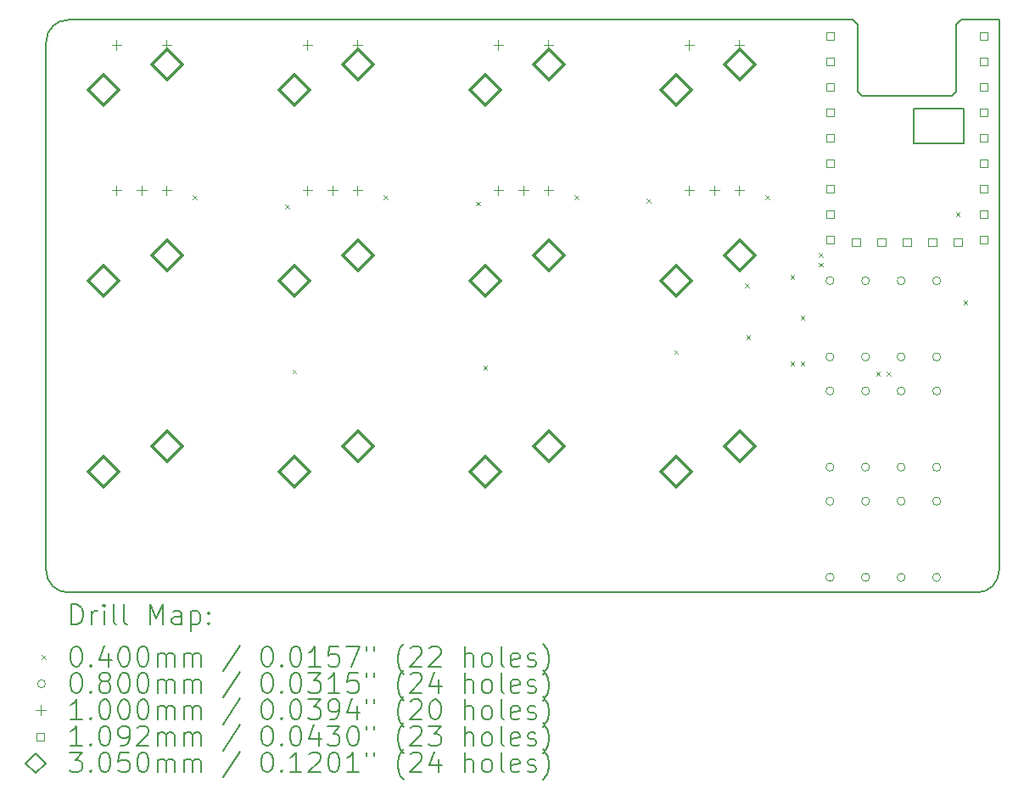
<source format=gbr>
%TF.GenerationSoftware,KiCad,Pcbnew,7.0.5*%
%TF.CreationDate,2023-11-04T19:54:28+08:00*%
%TF.ProjectId,Three2One,54687265-6532-44f6-9e65-2e6b69636164,rev?*%
%TF.SameCoordinates,Original*%
%TF.FileFunction,Drillmap*%
%TF.FilePolarity,Positive*%
%FSLAX45Y45*%
G04 Gerber Fmt 4.5, Leading zero omitted, Abs format (unit mm)*
G04 Created by KiCad (PCBNEW 7.0.5) date 2023-11-04 19:54:28*
%MOMM*%
%LPD*%
G01*
G04 APERTURE LIST*
%ADD10C,0.150000*%
%ADD11C,0.200000*%
%ADD12C,0.040000*%
%ADD13C,0.080000*%
%ADD14C,0.100000*%
%ADD15C,0.109220*%
%ADD16C,0.305000*%
G04 APERTURE END LIST*
D10*
X7231500Y-2572500D02*
X15061000Y-2572500D01*
X15111000Y-3287500D02*
X15151000Y-3327500D01*
X7011500Y-2792500D02*
X7011500Y-8067500D01*
X7011500Y-8067500D02*
G75*
G03*
X7231500Y-8287500I220000J0D01*
G01*
X15061000Y-2572500D02*
X15111000Y-2622500D01*
X15111000Y-2622500D02*
X15111000Y-3287500D01*
X16091000Y-2622500D02*
X16141000Y-2572500D01*
X16300500Y-8287500D02*
G75*
G03*
X16520500Y-8067500I0J220000D01*
G01*
X16520500Y-2572500D02*
X16141000Y-2572500D01*
X16051000Y-3327500D02*
X16091000Y-3287500D01*
X15151000Y-3327500D02*
X16051000Y-3327500D01*
X7231500Y-8287500D02*
X16300500Y-8287500D01*
X7231500Y-2572500D02*
G75*
G03*
X7011500Y-2792500I0J-220000D01*
G01*
X15666000Y-3457500D02*
X16166000Y-3457500D01*
X16166000Y-3807500D01*
X15666000Y-3807500D01*
X15666000Y-3457500D01*
X16091000Y-3287500D02*
X16091000Y-2622500D01*
X16520500Y-2572500D02*
X16520500Y-8067500D01*
D11*
D12*
X8475000Y-4321000D02*
X8515000Y-4361000D01*
X8515000Y-4321000D02*
X8475000Y-4361000D01*
X9398050Y-4416000D02*
X9438050Y-4456000D01*
X9438050Y-4416000D02*
X9398050Y-4456000D01*
X9468000Y-6064000D02*
X9508000Y-6104000D01*
X9508000Y-6064000D02*
X9468000Y-6104000D01*
X10381000Y-4321000D02*
X10421000Y-4361000D01*
X10421000Y-4321000D02*
X10381000Y-4361000D01*
X11303050Y-4386000D02*
X11343050Y-4426000D01*
X11343050Y-4386000D02*
X11303050Y-4426000D01*
X11373000Y-6025050D02*
X11413000Y-6065050D01*
X11413000Y-6025050D02*
X11373000Y-6065050D01*
X12284000Y-4321000D02*
X12324000Y-4361000D01*
X12324000Y-4321000D02*
X12284000Y-4361000D01*
X13006000Y-4359000D02*
X13046000Y-4399000D01*
X13046000Y-4359000D02*
X13006000Y-4399000D01*
X13278000Y-5868635D02*
X13318000Y-5908635D01*
X13318000Y-5868635D02*
X13278000Y-5908635D01*
X13983000Y-5205000D02*
X14023000Y-5245000D01*
X14023000Y-5205000D02*
X13983000Y-5245000D01*
X13999315Y-5718685D02*
X14039315Y-5758685D01*
X14039315Y-5718685D02*
X13999315Y-5758685D01*
X14189000Y-4324950D02*
X14229000Y-4364950D01*
X14229000Y-4324950D02*
X14189000Y-4364950D01*
X14439000Y-5120000D02*
X14479000Y-5160000D01*
X14479000Y-5120000D02*
X14439000Y-5160000D01*
X14439000Y-5983000D02*
X14479000Y-6023000D01*
X14479000Y-5983000D02*
X14439000Y-6023000D01*
X14539538Y-5526462D02*
X14579538Y-5566462D01*
X14579538Y-5526462D02*
X14539538Y-5566462D01*
X14540000Y-5984050D02*
X14580000Y-6024050D01*
X14580000Y-5984050D02*
X14540000Y-6024050D01*
X14719950Y-4897050D02*
X14759950Y-4937050D01*
X14759950Y-4897050D02*
X14719950Y-4937050D01*
X14719950Y-4997000D02*
X14759950Y-5037000D01*
X14759950Y-4997000D02*
X14719950Y-5037000D01*
X15293000Y-6087000D02*
X15333000Y-6127000D01*
X15333000Y-6087000D02*
X15293000Y-6127000D01*
X15399000Y-6087000D02*
X15439000Y-6127000D01*
X15439000Y-6087000D02*
X15399000Y-6127000D01*
X16089000Y-4490000D02*
X16129000Y-4530000D01*
X16129000Y-4490000D02*
X16089000Y-4530000D01*
X16165000Y-5375000D02*
X16205000Y-5415000D01*
X16205000Y-5375000D02*
X16165000Y-5415000D01*
D13*
X14873500Y-5176500D02*
G75*
G03*
X14873500Y-5176500I-40000J0D01*
G01*
X14873500Y-5936500D02*
G75*
G03*
X14873500Y-5936500I-40000J0D01*
G01*
X14873500Y-6276500D02*
G75*
G03*
X14873500Y-6276500I-40000J0D01*
G01*
X14873500Y-7036500D02*
G75*
G03*
X14873500Y-7036500I-40000J0D01*
G01*
X14873500Y-7376500D02*
G75*
G03*
X14873500Y-7376500I-40000J0D01*
G01*
X14873500Y-8136500D02*
G75*
G03*
X14873500Y-8136500I-40000J0D01*
G01*
X15228500Y-5176500D02*
G75*
G03*
X15228500Y-5176500I-40000J0D01*
G01*
X15228500Y-5936500D02*
G75*
G03*
X15228500Y-5936500I-40000J0D01*
G01*
X15228500Y-6276500D02*
G75*
G03*
X15228500Y-6276500I-40000J0D01*
G01*
X15228500Y-7036500D02*
G75*
G03*
X15228500Y-7036500I-40000J0D01*
G01*
X15228500Y-7376500D02*
G75*
G03*
X15228500Y-7376500I-40000J0D01*
G01*
X15228500Y-8136500D02*
G75*
G03*
X15228500Y-8136500I-40000J0D01*
G01*
X15583500Y-5176500D02*
G75*
G03*
X15583500Y-5176500I-40000J0D01*
G01*
X15583500Y-5936500D02*
G75*
G03*
X15583500Y-5936500I-40000J0D01*
G01*
X15583500Y-6276500D02*
G75*
G03*
X15583500Y-6276500I-40000J0D01*
G01*
X15583500Y-7036500D02*
G75*
G03*
X15583500Y-7036500I-40000J0D01*
G01*
X15583500Y-7376500D02*
G75*
G03*
X15583500Y-7376500I-40000J0D01*
G01*
X15583500Y-8136500D02*
G75*
G03*
X15583500Y-8136500I-40000J0D01*
G01*
X15938500Y-5176500D02*
G75*
G03*
X15938500Y-5176500I-40000J0D01*
G01*
X15938500Y-5936500D02*
G75*
G03*
X15938500Y-5936500I-40000J0D01*
G01*
X15938500Y-6276500D02*
G75*
G03*
X15938500Y-6276500I-40000J0D01*
G01*
X15938500Y-7036500D02*
G75*
G03*
X15938500Y-7036500I-40000J0D01*
G01*
X15938500Y-7376500D02*
G75*
G03*
X15938500Y-7376500I-40000J0D01*
G01*
X15938500Y-8136500D02*
G75*
G03*
X15938500Y-8136500I-40000J0D01*
G01*
D14*
X7714000Y-2775000D02*
X7714000Y-2875000D01*
X7664000Y-2825000D02*
X7764000Y-2825000D01*
X7714000Y-4225000D02*
X7714000Y-4325000D01*
X7664000Y-4275000D02*
X7764000Y-4275000D01*
X7964000Y-4225000D02*
X7964000Y-4325000D01*
X7914000Y-4275000D02*
X8014000Y-4275000D01*
X8214000Y-2775000D02*
X8214000Y-2875000D01*
X8164000Y-2825000D02*
X8264000Y-2825000D01*
X8214000Y-4225000D02*
X8214000Y-4325000D01*
X8164000Y-4275000D02*
X8264000Y-4275000D01*
X9619000Y-2775000D02*
X9619000Y-2875000D01*
X9569000Y-2825000D02*
X9669000Y-2825000D01*
X9619000Y-4225000D02*
X9619000Y-4325000D01*
X9569000Y-4275000D02*
X9669000Y-4275000D01*
X9869000Y-4225000D02*
X9869000Y-4325000D01*
X9819000Y-4275000D02*
X9919000Y-4275000D01*
X10119000Y-2775000D02*
X10119000Y-2875000D01*
X10069000Y-2825000D02*
X10169000Y-2825000D01*
X10119000Y-4225000D02*
X10119000Y-4325000D01*
X10069000Y-4275000D02*
X10169000Y-4275000D01*
X11524000Y-2775000D02*
X11524000Y-2875000D01*
X11474000Y-2825000D02*
X11574000Y-2825000D01*
X11524000Y-4225000D02*
X11524000Y-4325000D01*
X11474000Y-4275000D02*
X11574000Y-4275000D01*
X11774000Y-4225000D02*
X11774000Y-4325000D01*
X11724000Y-4275000D02*
X11824000Y-4275000D01*
X12024000Y-2775000D02*
X12024000Y-2875000D01*
X11974000Y-2825000D02*
X12074000Y-2825000D01*
X12024000Y-4225000D02*
X12024000Y-4325000D01*
X11974000Y-4275000D02*
X12074000Y-4275000D01*
X13429000Y-2775000D02*
X13429000Y-2875000D01*
X13379000Y-2825000D02*
X13479000Y-2825000D01*
X13429000Y-4225000D02*
X13429000Y-4325000D01*
X13379000Y-4275000D02*
X13479000Y-4275000D01*
X13679000Y-4225000D02*
X13679000Y-4325000D01*
X13629000Y-4275000D02*
X13729000Y-4275000D01*
X13929000Y-2775000D02*
X13929000Y-2875000D01*
X13879000Y-2825000D02*
X13979000Y-2825000D01*
X13929000Y-4225000D02*
X13929000Y-4325000D01*
X13879000Y-4275000D02*
X13979000Y-4275000D01*
D15*
X14872115Y-2770116D02*
X14872115Y-2692885D01*
X14794884Y-2692885D01*
X14794884Y-2770116D01*
X14872115Y-2770116D01*
X14872115Y-3024115D02*
X14872115Y-2946884D01*
X14794884Y-2946884D01*
X14794884Y-3024115D01*
X14872115Y-3024115D01*
X14872115Y-3278115D02*
X14872115Y-3200884D01*
X14794884Y-3200884D01*
X14794884Y-3278115D01*
X14872115Y-3278115D01*
X14872115Y-3532115D02*
X14872115Y-3454884D01*
X14794884Y-3454884D01*
X14794884Y-3532115D01*
X14872115Y-3532115D01*
X14872115Y-3786115D02*
X14872115Y-3708884D01*
X14794884Y-3708884D01*
X14794884Y-3786115D01*
X14872115Y-3786115D01*
X14872115Y-4040115D02*
X14872115Y-3962884D01*
X14794884Y-3962884D01*
X14794884Y-4040115D01*
X14872115Y-4040115D01*
X14872115Y-4294116D02*
X14872115Y-4216885D01*
X14794884Y-4216885D01*
X14794884Y-4294116D01*
X14872115Y-4294116D01*
X14872115Y-4548116D02*
X14872115Y-4470885D01*
X14794884Y-4470885D01*
X14794884Y-4548116D01*
X14872115Y-4548116D01*
X14872115Y-4802116D02*
X14872115Y-4724885D01*
X14794884Y-4724885D01*
X14794884Y-4802116D01*
X14872115Y-4802116D01*
X15131615Y-4834116D02*
X15131615Y-4756885D01*
X15054384Y-4756885D01*
X15054384Y-4834116D01*
X15131615Y-4834116D01*
X15385615Y-4834116D02*
X15385615Y-4756885D01*
X15308384Y-4756885D01*
X15308384Y-4834116D01*
X15385615Y-4834116D01*
X15639615Y-4834116D02*
X15639615Y-4756885D01*
X15562384Y-4756885D01*
X15562384Y-4834116D01*
X15639615Y-4834116D01*
X15893615Y-4834116D02*
X15893615Y-4756885D01*
X15816384Y-4756885D01*
X15816384Y-4834116D01*
X15893615Y-4834116D01*
X16147615Y-4834116D02*
X16147615Y-4756885D01*
X16070384Y-4756885D01*
X16070384Y-4834116D01*
X16147615Y-4834116D01*
X16407115Y-2770116D02*
X16407115Y-2692885D01*
X16329884Y-2692885D01*
X16329884Y-2770116D01*
X16407115Y-2770116D01*
X16407115Y-3024115D02*
X16407115Y-2946884D01*
X16329884Y-2946884D01*
X16329884Y-3024115D01*
X16407115Y-3024115D01*
X16407115Y-3278115D02*
X16407115Y-3200884D01*
X16329884Y-3200884D01*
X16329884Y-3278115D01*
X16407115Y-3278115D01*
X16407115Y-3532115D02*
X16407115Y-3454884D01*
X16329884Y-3454884D01*
X16329884Y-3532115D01*
X16407115Y-3532115D01*
X16407115Y-3786115D02*
X16407115Y-3708884D01*
X16329884Y-3708884D01*
X16329884Y-3786115D01*
X16407115Y-3786115D01*
X16407115Y-4040115D02*
X16407115Y-3962884D01*
X16329884Y-3962884D01*
X16329884Y-4040115D01*
X16407115Y-4040115D01*
X16407115Y-4294116D02*
X16407115Y-4216885D01*
X16329884Y-4216885D01*
X16329884Y-4294116D01*
X16407115Y-4294116D01*
X16407115Y-4548116D02*
X16407115Y-4470885D01*
X16329884Y-4470885D01*
X16329884Y-4548116D01*
X16407115Y-4548116D01*
X16407115Y-4802116D02*
X16407115Y-4724885D01*
X16329884Y-4724885D01*
X16329884Y-4802116D01*
X16407115Y-4802116D01*
D16*
X7583000Y-3423500D02*
X7735500Y-3271000D01*
X7583000Y-3118500D01*
X7430500Y-3271000D01*
X7583000Y-3423500D01*
X7583000Y-5328500D02*
X7735500Y-5176000D01*
X7583000Y-5023500D01*
X7430500Y-5176000D01*
X7583000Y-5328500D01*
X7583000Y-7233500D02*
X7735500Y-7081000D01*
X7583000Y-6928500D01*
X7430500Y-7081000D01*
X7583000Y-7233500D01*
X8218000Y-3169500D02*
X8370500Y-3017000D01*
X8218000Y-2864500D01*
X8065500Y-3017000D01*
X8218000Y-3169500D01*
X8218000Y-5074500D02*
X8370500Y-4922000D01*
X8218000Y-4769500D01*
X8065500Y-4922000D01*
X8218000Y-5074500D01*
X8218000Y-6979500D02*
X8370500Y-6827000D01*
X8218000Y-6674500D01*
X8065500Y-6827000D01*
X8218000Y-6979500D01*
X9488000Y-3423500D02*
X9640500Y-3271000D01*
X9488000Y-3118500D01*
X9335500Y-3271000D01*
X9488000Y-3423500D01*
X9488000Y-5328500D02*
X9640500Y-5176000D01*
X9488000Y-5023500D01*
X9335500Y-5176000D01*
X9488000Y-5328500D01*
X9488000Y-7233500D02*
X9640500Y-7081000D01*
X9488000Y-6928500D01*
X9335500Y-7081000D01*
X9488000Y-7233500D01*
X10123000Y-3169500D02*
X10275500Y-3017000D01*
X10123000Y-2864500D01*
X9970500Y-3017000D01*
X10123000Y-3169500D01*
X10123000Y-5074500D02*
X10275500Y-4922000D01*
X10123000Y-4769500D01*
X9970500Y-4922000D01*
X10123000Y-5074500D01*
X10123000Y-6979500D02*
X10275500Y-6827000D01*
X10123000Y-6674500D01*
X9970500Y-6827000D01*
X10123000Y-6979500D01*
X11393000Y-3423500D02*
X11545500Y-3271000D01*
X11393000Y-3118500D01*
X11240500Y-3271000D01*
X11393000Y-3423500D01*
X11393000Y-5328500D02*
X11545500Y-5176000D01*
X11393000Y-5023500D01*
X11240500Y-5176000D01*
X11393000Y-5328500D01*
X11393000Y-7233500D02*
X11545500Y-7081000D01*
X11393000Y-6928500D01*
X11240500Y-7081000D01*
X11393000Y-7233500D01*
X12028000Y-3169500D02*
X12180500Y-3017000D01*
X12028000Y-2864500D01*
X11875500Y-3017000D01*
X12028000Y-3169500D01*
X12028000Y-5074500D02*
X12180500Y-4922000D01*
X12028000Y-4769500D01*
X11875500Y-4922000D01*
X12028000Y-5074500D01*
X12028000Y-6979500D02*
X12180500Y-6827000D01*
X12028000Y-6674500D01*
X11875500Y-6827000D01*
X12028000Y-6979500D01*
X13298000Y-3423500D02*
X13450500Y-3271000D01*
X13298000Y-3118500D01*
X13145500Y-3271000D01*
X13298000Y-3423500D01*
X13298000Y-5328500D02*
X13450500Y-5176000D01*
X13298000Y-5023500D01*
X13145500Y-5176000D01*
X13298000Y-5328500D01*
X13298000Y-7233500D02*
X13450500Y-7081000D01*
X13298000Y-6928500D01*
X13145500Y-7081000D01*
X13298000Y-7233500D01*
X13933000Y-3169500D02*
X14085500Y-3017000D01*
X13933000Y-2864500D01*
X13780500Y-3017000D01*
X13933000Y-3169500D01*
X13933000Y-5074500D02*
X14085500Y-4922000D01*
X13933000Y-4769500D01*
X13780500Y-4922000D01*
X13933000Y-5074500D01*
X13933000Y-6979500D02*
X14085500Y-6827000D01*
X13933000Y-6674500D01*
X13780500Y-6827000D01*
X13933000Y-6979500D01*
D11*
X7264777Y-8606484D02*
X7264777Y-8406484D01*
X7264777Y-8406484D02*
X7312396Y-8406484D01*
X7312396Y-8406484D02*
X7340967Y-8416008D01*
X7340967Y-8416008D02*
X7360015Y-8435055D01*
X7360015Y-8435055D02*
X7369539Y-8454103D01*
X7369539Y-8454103D02*
X7379062Y-8492198D01*
X7379062Y-8492198D02*
X7379062Y-8520770D01*
X7379062Y-8520770D02*
X7369539Y-8558865D01*
X7369539Y-8558865D02*
X7360015Y-8577912D01*
X7360015Y-8577912D02*
X7340967Y-8596960D01*
X7340967Y-8596960D02*
X7312396Y-8606484D01*
X7312396Y-8606484D02*
X7264777Y-8606484D01*
X7464777Y-8606484D02*
X7464777Y-8473150D01*
X7464777Y-8511246D02*
X7474301Y-8492198D01*
X7474301Y-8492198D02*
X7483824Y-8482674D01*
X7483824Y-8482674D02*
X7502872Y-8473150D01*
X7502872Y-8473150D02*
X7521920Y-8473150D01*
X7588586Y-8606484D02*
X7588586Y-8473150D01*
X7588586Y-8406484D02*
X7579062Y-8416008D01*
X7579062Y-8416008D02*
X7588586Y-8425531D01*
X7588586Y-8425531D02*
X7598110Y-8416008D01*
X7598110Y-8416008D02*
X7588586Y-8406484D01*
X7588586Y-8406484D02*
X7588586Y-8425531D01*
X7712396Y-8606484D02*
X7693348Y-8596960D01*
X7693348Y-8596960D02*
X7683824Y-8577912D01*
X7683824Y-8577912D02*
X7683824Y-8406484D01*
X7817158Y-8606484D02*
X7798110Y-8596960D01*
X7798110Y-8596960D02*
X7788586Y-8577912D01*
X7788586Y-8577912D02*
X7788586Y-8406484D01*
X8045729Y-8606484D02*
X8045729Y-8406484D01*
X8045729Y-8406484D02*
X8112396Y-8549341D01*
X8112396Y-8549341D02*
X8179062Y-8406484D01*
X8179062Y-8406484D02*
X8179062Y-8606484D01*
X8360015Y-8606484D02*
X8360015Y-8501722D01*
X8360015Y-8501722D02*
X8350491Y-8482674D01*
X8350491Y-8482674D02*
X8331443Y-8473150D01*
X8331443Y-8473150D02*
X8293348Y-8473150D01*
X8293348Y-8473150D02*
X8274301Y-8482674D01*
X8360015Y-8596960D02*
X8340967Y-8606484D01*
X8340967Y-8606484D02*
X8293348Y-8606484D01*
X8293348Y-8606484D02*
X8274301Y-8596960D01*
X8274301Y-8596960D02*
X8264777Y-8577912D01*
X8264777Y-8577912D02*
X8264777Y-8558865D01*
X8264777Y-8558865D02*
X8274301Y-8539817D01*
X8274301Y-8539817D02*
X8293348Y-8530293D01*
X8293348Y-8530293D02*
X8340967Y-8530293D01*
X8340967Y-8530293D02*
X8360015Y-8520770D01*
X8455253Y-8473150D02*
X8455253Y-8673150D01*
X8455253Y-8482674D02*
X8474301Y-8473150D01*
X8474301Y-8473150D02*
X8512396Y-8473150D01*
X8512396Y-8473150D02*
X8531444Y-8482674D01*
X8531444Y-8482674D02*
X8540967Y-8492198D01*
X8540967Y-8492198D02*
X8550491Y-8511246D01*
X8550491Y-8511246D02*
X8550491Y-8568389D01*
X8550491Y-8568389D02*
X8540967Y-8587436D01*
X8540967Y-8587436D02*
X8531444Y-8596960D01*
X8531444Y-8596960D02*
X8512396Y-8606484D01*
X8512396Y-8606484D02*
X8474301Y-8606484D01*
X8474301Y-8606484D02*
X8455253Y-8596960D01*
X8636205Y-8587436D02*
X8645729Y-8596960D01*
X8645729Y-8596960D02*
X8636205Y-8606484D01*
X8636205Y-8606484D02*
X8626682Y-8596960D01*
X8626682Y-8596960D02*
X8636205Y-8587436D01*
X8636205Y-8587436D02*
X8636205Y-8606484D01*
X8636205Y-8482674D02*
X8645729Y-8492198D01*
X8645729Y-8492198D02*
X8636205Y-8501722D01*
X8636205Y-8501722D02*
X8626682Y-8492198D01*
X8626682Y-8492198D02*
X8636205Y-8482674D01*
X8636205Y-8482674D02*
X8636205Y-8501722D01*
D12*
X6964000Y-8915000D02*
X7004000Y-8955000D01*
X7004000Y-8915000D02*
X6964000Y-8955000D01*
D11*
X7302872Y-8826484D02*
X7321920Y-8826484D01*
X7321920Y-8826484D02*
X7340967Y-8836008D01*
X7340967Y-8836008D02*
X7350491Y-8845531D01*
X7350491Y-8845531D02*
X7360015Y-8864579D01*
X7360015Y-8864579D02*
X7369539Y-8902674D01*
X7369539Y-8902674D02*
X7369539Y-8950293D01*
X7369539Y-8950293D02*
X7360015Y-8988389D01*
X7360015Y-8988389D02*
X7350491Y-9007436D01*
X7350491Y-9007436D02*
X7340967Y-9016960D01*
X7340967Y-9016960D02*
X7321920Y-9026484D01*
X7321920Y-9026484D02*
X7302872Y-9026484D01*
X7302872Y-9026484D02*
X7283824Y-9016960D01*
X7283824Y-9016960D02*
X7274301Y-9007436D01*
X7274301Y-9007436D02*
X7264777Y-8988389D01*
X7264777Y-8988389D02*
X7255253Y-8950293D01*
X7255253Y-8950293D02*
X7255253Y-8902674D01*
X7255253Y-8902674D02*
X7264777Y-8864579D01*
X7264777Y-8864579D02*
X7274301Y-8845531D01*
X7274301Y-8845531D02*
X7283824Y-8836008D01*
X7283824Y-8836008D02*
X7302872Y-8826484D01*
X7455253Y-9007436D02*
X7464777Y-9016960D01*
X7464777Y-9016960D02*
X7455253Y-9026484D01*
X7455253Y-9026484D02*
X7445729Y-9016960D01*
X7445729Y-9016960D02*
X7455253Y-9007436D01*
X7455253Y-9007436D02*
X7455253Y-9026484D01*
X7636205Y-8893150D02*
X7636205Y-9026484D01*
X7588586Y-8816960D02*
X7540967Y-8959817D01*
X7540967Y-8959817D02*
X7664777Y-8959817D01*
X7779062Y-8826484D02*
X7798110Y-8826484D01*
X7798110Y-8826484D02*
X7817158Y-8836008D01*
X7817158Y-8836008D02*
X7826682Y-8845531D01*
X7826682Y-8845531D02*
X7836205Y-8864579D01*
X7836205Y-8864579D02*
X7845729Y-8902674D01*
X7845729Y-8902674D02*
X7845729Y-8950293D01*
X7845729Y-8950293D02*
X7836205Y-8988389D01*
X7836205Y-8988389D02*
X7826682Y-9007436D01*
X7826682Y-9007436D02*
X7817158Y-9016960D01*
X7817158Y-9016960D02*
X7798110Y-9026484D01*
X7798110Y-9026484D02*
X7779062Y-9026484D01*
X7779062Y-9026484D02*
X7760015Y-9016960D01*
X7760015Y-9016960D02*
X7750491Y-9007436D01*
X7750491Y-9007436D02*
X7740967Y-8988389D01*
X7740967Y-8988389D02*
X7731443Y-8950293D01*
X7731443Y-8950293D02*
X7731443Y-8902674D01*
X7731443Y-8902674D02*
X7740967Y-8864579D01*
X7740967Y-8864579D02*
X7750491Y-8845531D01*
X7750491Y-8845531D02*
X7760015Y-8836008D01*
X7760015Y-8836008D02*
X7779062Y-8826484D01*
X7969539Y-8826484D02*
X7988586Y-8826484D01*
X7988586Y-8826484D02*
X8007634Y-8836008D01*
X8007634Y-8836008D02*
X8017158Y-8845531D01*
X8017158Y-8845531D02*
X8026682Y-8864579D01*
X8026682Y-8864579D02*
X8036205Y-8902674D01*
X8036205Y-8902674D02*
X8036205Y-8950293D01*
X8036205Y-8950293D02*
X8026682Y-8988389D01*
X8026682Y-8988389D02*
X8017158Y-9007436D01*
X8017158Y-9007436D02*
X8007634Y-9016960D01*
X8007634Y-9016960D02*
X7988586Y-9026484D01*
X7988586Y-9026484D02*
X7969539Y-9026484D01*
X7969539Y-9026484D02*
X7950491Y-9016960D01*
X7950491Y-9016960D02*
X7940967Y-9007436D01*
X7940967Y-9007436D02*
X7931443Y-8988389D01*
X7931443Y-8988389D02*
X7921920Y-8950293D01*
X7921920Y-8950293D02*
X7921920Y-8902674D01*
X7921920Y-8902674D02*
X7931443Y-8864579D01*
X7931443Y-8864579D02*
X7940967Y-8845531D01*
X7940967Y-8845531D02*
X7950491Y-8836008D01*
X7950491Y-8836008D02*
X7969539Y-8826484D01*
X8121920Y-9026484D02*
X8121920Y-8893150D01*
X8121920Y-8912198D02*
X8131443Y-8902674D01*
X8131443Y-8902674D02*
X8150491Y-8893150D01*
X8150491Y-8893150D02*
X8179063Y-8893150D01*
X8179063Y-8893150D02*
X8198110Y-8902674D01*
X8198110Y-8902674D02*
X8207634Y-8921722D01*
X8207634Y-8921722D02*
X8207634Y-9026484D01*
X8207634Y-8921722D02*
X8217158Y-8902674D01*
X8217158Y-8902674D02*
X8236205Y-8893150D01*
X8236205Y-8893150D02*
X8264777Y-8893150D01*
X8264777Y-8893150D02*
X8283824Y-8902674D01*
X8283824Y-8902674D02*
X8293348Y-8921722D01*
X8293348Y-8921722D02*
X8293348Y-9026484D01*
X8388586Y-9026484D02*
X8388586Y-8893150D01*
X8388586Y-8912198D02*
X8398110Y-8902674D01*
X8398110Y-8902674D02*
X8417158Y-8893150D01*
X8417158Y-8893150D02*
X8445729Y-8893150D01*
X8445729Y-8893150D02*
X8464777Y-8902674D01*
X8464777Y-8902674D02*
X8474301Y-8921722D01*
X8474301Y-8921722D02*
X8474301Y-9026484D01*
X8474301Y-8921722D02*
X8483825Y-8902674D01*
X8483825Y-8902674D02*
X8502872Y-8893150D01*
X8502872Y-8893150D02*
X8531444Y-8893150D01*
X8531444Y-8893150D02*
X8550491Y-8902674D01*
X8550491Y-8902674D02*
X8560015Y-8921722D01*
X8560015Y-8921722D02*
X8560015Y-9026484D01*
X8950491Y-8816960D02*
X8779063Y-9074103D01*
X9207634Y-8826484D02*
X9226682Y-8826484D01*
X9226682Y-8826484D02*
X9245729Y-8836008D01*
X9245729Y-8836008D02*
X9255253Y-8845531D01*
X9255253Y-8845531D02*
X9264777Y-8864579D01*
X9264777Y-8864579D02*
X9274301Y-8902674D01*
X9274301Y-8902674D02*
X9274301Y-8950293D01*
X9274301Y-8950293D02*
X9264777Y-8988389D01*
X9264777Y-8988389D02*
X9255253Y-9007436D01*
X9255253Y-9007436D02*
X9245729Y-9016960D01*
X9245729Y-9016960D02*
X9226682Y-9026484D01*
X9226682Y-9026484D02*
X9207634Y-9026484D01*
X9207634Y-9026484D02*
X9188587Y-9016960D01*
X9188587Y-9016960D02*
X9179063Y-9007436D01*
X9179063Y-9007436D02*
X9169539Y-8988389D01*
X9169539Y-8988389D02*
X9160015Y-8950293D01*
X9160015Y-8950293D02*
X9160015Y-8902674D01*
X9160015Y-8902674D02*
X9169539Y-8864579D01*
X9169539Y-8864579D02*
X9179063Y-8845531D01*
X9179063Y-8845531D02*
X9188587Y-8836008D01*
X9188587Y-8836008D02*
X9207634Y-8826484D01*
X9360015Y-9007436D02*
X9369539Y-9016960D01*
X9369539Y-9016960D02*
X9360015Y-9026484D01*
X9360015Y-9026484D02*
X9350491Y-9016960D01*
X9350491Y-9016960D02*
X9360015Y-9007436D01*
X9360015Y-9007436D02*
X9360015Y-9026484D01*
X9493348Y-8826484D02*
X9512396Y-8826484D01*
X9512396Y-8826484D02*
X9531444Y-8836008D01*
X9531444Y-8836008D02*
X9540968Y-8845531D01*
X9540968Y-8845531D02*
X9550491Y-8864579D01*
X9550491Y-8864579D02*
X9560015Y-8902674D01*
X9560015Y-8902674D02*
X9560015Y-8950293D01*
X9560015Y-8950293D02*
X9550491Y-8988389D01*
X9550491Y-8988389D02*
X9540968Y-9007436D01*
X9540968Y-9007436D02*
X9531444Y-9016960D01*
X9531444Y-9016960D02*
X9512396Y-9026484D01*
X9512396Y-9026484D02*
X9493348Y-9026484D01*
X9493348Y-9026484D02*
X9474301Y-9016960D01*
X9474301Y-9016960D02*
X9464777Y-9007436D01*
X9464777Y-9007436D02*
X9455253Y-8988389D01*
X9455253Y-8988389D02*
X9445729Y-8950293D01*
X9445729Y-8950293D02*
X9445729Y-8902674D01*
X9445729Y-8902674D02*
X9455253Y-8864579D01*
X9455253Y-8864579D02*
X9464777Y-8845531D01*
X9464777Y-8845531D02*
X9474301Y-8836008D01*
X9474301Y-8836008D02*
X9493348Y-8826484D01*
X9750491Y-9026484D02*
X9636206Y-9026484D01*
X9693348Y-9026484D02*
X9693348Y-8826484D01*
X9693348Y-8826484D02*
X9674301Y-8855055D01*
X9674301Y-8855055D02*
X9655253Y-8874103D01*
X9655253Y-8874103D02*
X9636206Y-8883627D01*
X9931444Y-8826484D02*
X9836206Y-8826484D01*
X9836206Y-8826484D02*
X9826682Y-8921722D01*
X9826682Y-8921722D02*
X9836206Y-8912198D01*
X9836206Y-8912198D02*
X9855253Y-8902674D01*
X9855253Y-8902674D02*
X9902872Y-8902674D01*
X9902872Y-8902674D02*
X9921920Y-8912198D01*
X9921920Y-8912198D02*
X9931444Y-8921722D01*
X9931444Y-8921722D02*
X9940968Y-8940770D01*
X9940968Y-8940770D02*
X9940968Y-8988389D01*
X9940968Y-8988389D02*
X9931444Y-9007436D01*
X9931444Y-9007436D02*
X9921920Y-9016960D01*
X9921920Y-9016960D02*
X9902872Y-9026484D01*
X9902872Y-9026484D02*
X9855253Y-9026484D01*
X9855253Y-9026484D02*
X9836206Y-9016960D01*
X9836206Y-9016960D02*
X9826682Y-9007436D01*
X10007634Y-8826484D02*
X10140968Y-8826484D01*
X10140968Y-8826484D02*
X10055253Y-9026484D01*
X10207634Y-8826484D02*
X10207634Y-8864579D01*
X10283825Y-8826484D02*
X10283825Y-8864579D01*
X10579063Y-9102674D02*
X10569539Y-9093150D01*
X10569539Y-9093150D02*
X10550491Y-9064579D01*
X10550491Y-9064579D02*
X10540968Y-9045531D01*
X10540968Y-9045531D02*
X10531444Y-9016960D01*
X10531444Y-9016960D02*
X10521920Y-8969341D01*
X10521920Y-8969341D02*
X10521920Y-8931246D01*
X10521920Y-8931246D02*
X10531444Y-8883627D01*
X10531444Y-8883627D02*
X10540968Y-8855055D01*
X10540968Y-8855055D02*
X10550491Y-8836008D01*
X10550491Y-8836008D02*
X10569539Y-8807436D01*
X10569539Y-8807436D02*
X10579063Y-8797912D01*
X10645730Y-8845531D02*
X10655253Y-8836008D01*
X10655253Y-8836008D02*
X10674301Y-8826484D01*
X10674301Y-8826484D02*
X10721920Y-8826484D01*
X10721920Y-8826484D02*
X10740968Y-8836008D01*
X10740968Y-8836008D02*
X10750491Y-8845531D01*
X10750491Y-8845531D02*
X10760015Y-8864579D01*
X10760015Y-8864579D02*
X10760015Y-8883627D01*
X10760015Y-8883627D02*
X10750491Y-8912198D01*
X10750491Y-8912198D02*
X10636206Y-9026484D01*
X10636206Y-9026484D02*
X10760015Y-9026484D01*
X10836206Y-8845531D02*
X10845730Y-8836008D01*
X10845730Y-8836008D02*
X10864777Y-8826484D01*
X10864777Y-8826484D02*
X10912396Y-8826484D01*
X10912396Y-8826484D02*
X10931444Y-8836008D01*
X10931444Y-8836008D02*
X10940968Y-8845531D01*
X10940968Y-8845531D02*
X10950491Y-8864579D01*
X10950491Y-8864579D02*
X10950491Y-8883627D01*
X10950491Y-8883627D02*
X10940968Y-8912198D01*
X10940968Y-8912198D02*
X10826682Y-9026484D01*
X10826682Y-9026484D02*
X10950491Y-9026484D01*
X11188587Y-9026484D02*
X11188587Y-8826484D01*
X11274301Y-9026484D02*
X11274301Y-8921722D01*
X11274301Y-8921722D02*
X11264777Y-8902674D01*
X11264777Y-8902674D02*
X11245730Y-8893150D01*
X11245730Y-8893150D02*
X11217158Y-8893150D01*
X11217158Y-8893150D02*
X11198110Y-8902674D01*
X11198110Y-8902674D02*
X11188587Y-8912198D01*
X11398110Y-9026484D02*
X11379063Y-9016960D01*
X11379063Y-9016960D02*
X11369539Y-9007436D01*
X11369539Y-9007436D02*
X11360015Y-8988389D01*
X11360015Y-8988389D02*
X11360015Y-8931246D01*
X11360015Y-8931246D02*
X11369539Y-8912198D01*
X11369539Y-8912198D02*
X11379063Y-8902674D01*
X11379063Y-8902674D02*
X11398110Y-8893150D01*
X11398110Y-8893150D02*
X11426682Y-8893150D01*
X11426682Y-8893150D02*
X11445730Y-8902674D01*
X11445730Y-8902674D02*
X11455253Y-8912198D01*
X11455253Y-8912198D02*
X11464777Y-8931246D01*
X11464777Y-8931246D02*
X11464777Y-8988389D01*
X11464777Y-8988389D02*
X11455253Y-9007436D01*
X11455253Y-9007436D02*
X11445730Y-9016960D01*
X11445730Y-9016960D02*
X11426682Y-9026484D01*
X11426682Y-9026484D02*
X11398110Y-9026484D01*
X11579063Y-9026484D02*
X11560015Y-9016960D01*
X11560015Y-9016960D02*
X11550491Y-8997912D01*
X11550491Y-8997912D02*
X11550491Y-8826484D01*
X11731444Y-9016960D02*
X11712396Y-9026484D01*
X11712396Y-9026484D02*
X11674301Y-9026484D01*
X11674301Y-9026484D02*
X11655253Y-9016960D01*
X11655253Y-9016960D02*
X11645730Y-8997912D01*
X11645730Y-8997912D02*
X11645730Y-8921722D01*
X11645730Y-8921722D02*
X11655253Y-8902674D01*
X11655253Y-8902674D02*
X11674301Y-8893150D01*
X11674301Y-8893150D02*
X11712396Y-8893150D01*
X11712396Y-8893150D02*
X11731444Y-8902674D01*
X11731444Y-8902674D02*
X11740968Y-8921722D01*
X11740968Y-8921722D02*
X11740968Y-8940770D01*
X11740968Y-8940770D02*
X11645730Y-8959817D01*
X11817158Y-9016960D02*
X11836206Y-9026484D01*
X11836206Y-9026484D02*
X11874301Y-9026484D01*
X11874301Y-9026484D02*
X11893349Y-9016960D01*
X11893349Y-9016960D02*
X11902872Y-8997912D01*
X11902872Y-8997912D02*
X11902872Y-8988389D01*
X11902872Y-8988389D02*
X11893349Y-8969341D01*
X11893349Y-8969341D02*
X11874301Y-8959817D01*
X11874301Y-8959817D02*
X11845730Y-8959817D01*
X11845730Y-8959817D02*
X11826682Y-8950293D01*
X11826682Y-8950293D02*
X11817158Y-8931246D01*
X11817158Y-8931246D02*
X11817158Y-8921722D01*
X11817158Y-8921722D02*
X11826682Y-8902674D01*
X11826682Y-8902674D02*
X11845730Y-8893150D01*
X11845730Y-8893150D02*
X11874301Y-8893150D01*
X11874301Y-8893150D02*
X11893349Y-8902674D01*
X11969539Y-9102674D02*
X11979063Y-9093150D01*
X11979063Y-9093150D02*
X11998111Y-9064579D01*
X11998111Y-9064579D02*
X12007634Y-9045531D01*
X12007634Y-9045531D02*
X12017158Y-9016960D01*
X12017158Y-9016960D02*
X12026682Y-8969341D01*
X12026682Y-8969341D02*
X12026682Y-8931246D01*
X12026682Y-8931246D02*
X12017158Y-8883627D01*
X12017158Y-8883627D02*
X12007634Y-8855055D01*
X12007634Y-8855055D02*
X11998111Y-8836008D01*
X11998111Y-8836008D02*
X11979063Y-8807436D01*
X11979063Y-8807436D02*
X11969539Y-8797912D01*
D13*
X7004000Y-9199000D02*
G75*
G03*
X7004000Y-9199000I-40000J0D01*
G01*
D11*
X7302872Y-9090484D02*
X7321920Y-9090484D01*
X7321920Y-9090484D02*
X7340967Y-9100008D01*
X7340967Y-9100008D02*
X7350491Y-9109531D01*
X7350491Y-9109531D02*
X7360015Y-9128579D01*
X7360015Y-9128579D02*
X7369539Y-9166674D01*
X7369539Y-9166674D02*
X7369539Y-9214293D01*
X7369539Y-9214293D02*
X7360015Y-9252389D01*
X7360015Y-9252389D02*
X7350491Y-9271436D01*
X7350491Y-9271436D02*
X7340967Y-9280960D01*
X7340967Y-9280960D02*
X7321920Y-9290484D01*
X7321920Y-9290484D02*
X7302872Y-9290484D01*
X7302872Y-9290484D02*
X7283824Y-9280960D01*
X7283824Y-9280960D02*
X7274301Y-9271436D01*
X7274301Y-9271436D02*
X7264777Y-9252389D01*
X7264777Y-9252389D02*
X7255253Y-9214293D01*
X7255253Y-9214293D02*
X7255253Y-9166674D01*
X7255253Y-9166674D02*
X7264777Y-9128579D01*
X7264777Y-9128579D02*
X7274301Y-9109531D01*
X7274301Y-9109531D02*
X7283824Y-9100008D01*
X7283824Y-9100008D02*
X7302872Y-9090484D01*
X7455253Y-9271436D02*
X7464777Y-9280960D01*
X7464777Y-9280960D02*
X7455253Y-9290484D01*
X7455253Y-9290484D02*
X7445729Y-9280960D01*
X7445729Y-9280960D02*
X7455253Y-9271436D01*
X7455253Y-9271436D02*
X7455253Y-9290484D01*
X7579062Y-9176198D02*
X7560015Y-9166674D01*
X7560015Y-9166674D02*
X7550491Y-9157150D01*
X7550491Y-9157150D02*
X7540967Y-9138103D01*
X7540967Y-9138103D02*
X7540967Y-9128579D01*
X7540967Y-9128579D02*
X7550491Y-9109531D01*
X7550491Y-9109531D02*
X7560015Y-9100008D01*
X7560015Y-9100008D02*
X7579062Y-9090484D01*
X7579062Y-9090484D02*
X7617158Y-9090484D01*
X7617158Y-9090484D02*
X7636205Y-9100008D01*
X7636205Y-9100008D02*
X7645729Y-9109531D01*
X7645729Y-9109531D02*
X7655253Y-9128579D01*
X7655253Y-9128579D02*
X7655253Y-9138103D01*
X7655253Y-9138103D02*
X7645729Y-9157150D01*
X7645729Y-9157150D02*
X7636205Y-9166674D01*
X7636205Y-9166674D02*
X7617158Y-9176198D01*
X7617158Y-9176198D02*
X7579062Y-9176198D01*
X7579062Y-9176198D02*
X7560015Y-9185722D01*
X7560015Y-9185722D02*
X7550491Y-9195246D01*
X7550491Y-9195246D02*
X7540967Y-9214293D01*
X7540967Y-9214293D02*
X7540967Y-9252389D01*
X7540967Y-9252389D02*
X7550491Y-9271436D01*
X7550491Y-9271436D02*
X7560015Y-9280960D01*
X7560015Y-9280960D02*
X7579062Y-9290484D01*
X7579062Y-9290484D02*
X7617158Y-9290484D01*
X7617158Y-9290484D02*
X7636205Y-9280960D01*
X7636205Y-9280960D02*
X7645729Y-9271436D01*
X7645729Y-9271436D02*
X7655253Y-9252389D01*
X7655253Y-9252389D02*
X7655253Y-9214293D01*
X7655253Y-9214293D02*
X7645729Y-9195246D01*
X7645729Y-9195246D02*
X7636205Y-9185722D01*
X7636205Y-9185722D02*
X7617158Y-9176198D01*
X7779062Y-9090484D02*
X7798110Y-9090484D01*
X7798110Y-9090484D02*
X7817158Y-9100008D01*
X7817158Y-9100008D02*
X7826682Y-9109531D01*
X7826682Y-9109531D02*
X7836205Y-9128579D01*
X7836205Y-9128579D02*
X7845729Y-9166674D01*
X7845729Y-9166674D02*
X7845729Y-9214293D01*
X7845729Y-9214293D02*
X7836205Y-9252389D01*
X7836205Y-9252389D02*
X7826682Y-9271436D01*
X7826682Y-9271436D02*
X7817158Y-9280960D01*
X7817158Y-9280960D02*
X7798110Y-9290484D01*
X7798110Y-9290484D02*
X7779062Y-9290484D01*
X7779062Y-9290484D02*
X7760015Y-9280960D01*
X7760015Y-9280960D02*
X7750491Y-9271436D01*
X7750491Y-9271436D02*
X7740967Y-9252389D01*
X7740967Y-9252389D02*
X7731443Y-9214293D01*
X7731443Y-9214293D02*
X7731443Y-9166674D01*
X7731443Y-9166674D02*
X7740967Y-9128579D01*
X7740967Y-9128579D02*
X7750491Y-9109531D01*
X7750491Y-9109531D02*
X7760015Y-9100008D01*
X7760015Y-9100008D02*
X7779062Y-9090484D01*
X7969539Y-9090484D02*
X7988586Y-9090484D01*
X7988586Y-9090484D02*
X8007634Y-9100008D01*
X8007634Y-9100008D02*
X8017158Y-9109531D01*
X8017158Y-9109531D02*
X8026682Y-9128579D01*
X8026682Y-9128579D02*
X8036205Y-9166674D01*
X8036205Y-9166674D02*
X8036205Y-9214293D01*
X8036205Y-9214293D02*
X8026682Y-9252389D01*
X8026682Y-9252389D02*
X8017158Y-9271436D01*
X8017158Y-9271436D02*
X8007634Y-9280960D01*
X8007634Y-9280960D02*
X7988586Y-9290484D01*
X7988586Y-9290484D02*
X7969539Y-9290484D01*
X7969539Y-9290484D02*
X7950491Y-9280960D01*
X7950491Y-9280960D02*
X7940967Y-9271436D01*
X7940967Y-9271436D02*
X7931443Y-9252389D01*
X7931443Y-9252389D02*
X7921920Y-9214293D01*
X7921920Y-9214293D02*
X7921920Y-9166674D01*
X7921920Y-9166674D02*
X7931443Y-9128579D01*
X7931443Y-9128579D02*
X7940967Y-9109531D01*
X7940967Y-9109531D02*
X7950491Y-9100008D01*
X7950491Y-9100008D02*
X7969539Y-9090484D01*
X8121920Y-9290484D02*
X8121920Y-9157150D01*
X8121920Y-9176198D02*
X8131443Y-9166674D01*
X8131443Y-9166674D02*
X8150491Y-9157150D01*
X8150491Y-9157150D02*
X8179063Y-9157150D01*
X8179063Y-9157150D02*
X8198110Y-9166674D01*
X8198110Y-9166674D02*
X8207634Y-9185722D01*
X8207634Y-9185722D02*
X8207634Y-9290484D01*
X8207634Y-9185722D02*
X8217158Y-9166674D01*
X8217158Y-9166674D02*
X8236205Y-9157150D01*
X8236205Y-9157150D02*
X8264777Y-9157150D01*
X8264777Y-9157150D02*
X8283824Y-9166674D01*
X8283824Y-9166674D02*
X8293348Y-9185722D01*
X8293348Y-9185722D02*
X8293348Y-9290484D01*
X8388586Y-9290484D02*
X8388586Y-9157150D01*
X8388586Y-9176198D02*
X8398110Y-9166674D01*
X8398110Y-9166674D02*
X8417158Y-9157150D01*
X8417158Y-9157150D02*
X8445729Y-9157150D01*
X8445729Y-9157150D02*
X8464777Y-9166674D01*
X8464777Y-9166674D02*
X8474301Y-9185722D01*
X8474301Y-9185722D02*
X8474301Y-9290484D01*
X8474301Y-9185722D02*
X8483825Y-9166674D01*
X8483825Y-9166674D02*
X8502872Y-9157150D01*
X8502872Y-9157150D02*
X8531444Y-9157150D01*
X8531444Y-9157150D02*
X8550491Y-9166674D01*
X8550491Y-9166674D02*
X8560015Y-9185722D01*
X8560015Y-9185722D02*
X8560015Y-9290484D01*
X8950491Y-9080960D02*
X8779063Y-9338103D01*
X9207634Y-9090484D02*
X9226682Y-9090484D01*
X9226682Y-9090484D02*
X9245729Y-9100008D01*
X9245729Y-9100008D02*
X9255253Y-9109531D01*
X9255253Y-9109531D02*
X9264777Y-9128579D01*
X9264777Y-9128579D02*
X9274301Y-9166674D01*
X9274301Y-9166674D02*
X9274301Y-9214293D01*
X9274301Y-9214293D02*
X9264777Y-9252389D01*
X9264777Y-9252389D02*
X9255253Y-9271436D01*
X9255253Y-9271436D02*
X9245729Y-9280960D01*
X9245729Y-9280960D02*
X9226682Y-9290484D01*
X9226682Y-9290484D02*
X9207634Y-9290484D01*
X9207634Y-9290484D02*
X9188587Y-9280960D01*
X9188587Y-9280960D02*
X9179063Y-9271436D01*
X9179063Y-9271436D02*
X9169539Y-9252389D01*
X9169539Y-9252389D02*
X9160015Y-9214293D01*
X9160015Y-9214293D02*
X9160015Y-9166674D01*
X9160015Y-9166674D02*
X9169539Y-9128579D01*
X9169539Y-9128579D02*
X9179063Y-9109531D01*
X9179063Y-9109531D02*
X9188587Y-9100008D01*
X9188587Y-9100008D02*
X9207634Y-9090484D01*
X9360015Y-9271436D02*
X9369539Y-9280960D01*
X9369539Y-9280960D02*
X9360015Y-9290484D01*
X9360015Y-9290484D02*
X9350491Y-9280960D01*
X9350491Y-9280960D02*
X9360015Y-9271436D01*
X9360015Y-9271436D02*
X9360015Y-9290484D01*
X9493348Y-9090484D02*
X9512396Y-9090484D01*
X9512396Y-9090484D02*
X9531444Y-9100008D01*
X9531444Y-9100008D02*
X9540968Y-9109531D01*
X9540968Y-9109531D02*
X9550491Y-9128579D01*
X9550491Y-9128579D02*
X9560015Y-9166674D01*
X9560015Y-9166674D02*
X9560015Y-9214293D01*
X9560015Y-9214293D02*
X9550491Y-9252389D01*
X9550491Y-9252389D02*
X9540968Y-9271436D01*
X9540968Y-9271436D02*
X9531444Y-9280960D01*
X9531444Y-9280960D02*
X9512396Y-9290484D01*
X9512396Y-9290484D02*
X9493348Y-9290484D01*
X9493348Y-9290484D02*
X9474301Y-9280960D01*
X9474301Y-9280960D02*
X9464777Y-9271436D01*
X9464777Y-9271436D02*
X9455253Y-9252389D01*
X9455253Y-9252389D02*
X9445729Y-9214293D01*
X9445729Y-9214293D02*
X9445729Y-9166674D01*
X9445729Y-9166674D02*
X9455253Y-9128579D01*
X9455253Y-9128579D02*
X9464777Y-9109531D01*
X9464777Y-9109531D02*
X9474301Y-9100008D01*
X9474301Y-9100008D02*
X9493348Y-9090484D01*
X9626682Y-9090484D02*
X9750491Y-9090484D01*
X9750491Y-9090484D02*
X9683825Y-9166674D01*
X9683825Y-9166674D02*
X9712396Y-9166674D01*
X9712396Y-9166674D02*
X9731444Y-9176198D01*
X9731444Y-9176198D02*
X9740968Y-9185722D01*
X9740968Y-9185722D02*
X9750491Y-9204770D01*
X9750491Y-9204770D02*
X9750491Y-9252389D01*
X9750491Y-9252389D02*
X9740968Y-9271436D01*
X9740968Y-9271436D02*
X9731444Y-9280960D01*
X9731444Y-9280960D02*
X9712396Y-9290484D01*
X9712396Y-9290484D02*
X9655253Y-9290484D01*
X9655253Y-9290484D02*
X9636206Y-9280960D01*
X9636206Y-9280960D02*
X9626682Y-9271436D01*
X9940968Y-9290484D02*
X9826682Y-9290484D01*
X9883825Y-9290484D02*
X9883825Y-9090484D01*
X9883825Y-9090484D02*
X9864777Y-9119055D01*
X9864777Y-9119055D02*
X9845729Y-9138103D01*
X9845729Y-9138103D02*
X9826682Y-9147627D01*
X10121920Y-9090484D02*
X10026682Y-9090484D01*
X10026682Y-9090484D02*
X10017158Y-9185722D01*
X10017158Y-9185722D02*
X10026682Y-9176198D01*
X10026682Y-9176198D02*
X10045729Y-9166674D01*
X10045729Y-9166674D02*
X10093349Y-9166674D01*
X10093349Y-9166674D02*
X10112396Y-9176198D01*
X10112396Y-9176198D02*
X10121920Y-9185722D01*
X10121920Y-9185722D02*
X10131444Y-9204770D01*
X10131444Y-9204770D02*
X10131444Y-9252389D01*
X10131444Y-9252389D02*
X10121920Y-9271436D01*
X10121920Y-9271436D02*
X10112396Y-9280960D01*
X10112396Y-9280960D02*
X10093349Y-9290484D01*
X10093349Y-9290484D02*
X10045729Y-9290484D01*
X10045729Y-9290484D02*
X10026682Y-9280960D01*
X10026682Y-9280960D02*
X10017158Y-9271436D01*
X10207634Y-9090484D02*
X10207634Y-9128579D01*
X10283825Y-9090484D02*
X10283825Y-9128579D01*
X10579063Y-9366674D02*
X10569539Y-9357150D01*
X10569539Y-9357150D02*
X10550491Y-9328579D01*
X10550491Y-9328579D02*
X10540968Y-9309531D01*
X10540968Y-9309531D02*
X10531444Y-9280960D01*
X10531444Y-9280960D02*
X10521920Y-9233341D01*
X10521920Y-9233341D02*
X10521920Y-9195246D01*
X10521920Y-9195246D02*
X10531444Y-9147627D01*
X10531444Y-9147627D02*
X10540968Y-9119055D01*
X10540968Y-9119055D02*
X10550491Y-9100008D01*
X10550491Y-9100008D02*
X10569539Y-9071436D01*
X10569539Y-9071436D02*
X10579063Y-9061912D01*
X10645730Y-9109531D02*
X10655253Y-9100008D01*
X10655253Y-9100008D02*
X10674301Y-9090484D01*
X10674301Y-9090484D02*
X10721920Y-9090484D01*
X10721920Y-9090484D02*
X10740968Y-9100008D01*
X10740968Y-9100008D02*
X10750491Y-9109531D01*
X10750491Y-9109531D02*
X10760015Y-9128579D01*
X10760015Y-9128579D02*
X10760015Y-9147627D01*
X10760015Y-9147627D02*
X10750491Y-9176198D01*
X10750491Y-9176198D02*
X10636206Y-9290484D01*
X10636206Y-9290484D02*
X10760015Y-9290484D01*
X10931444Y-9157150D02*
X10931444Y-9290484D01*
X10883825Y-9080960D02*
X10836206Y-9223817D01*
X10836206Y-9223817D02*
X10960015Y-9223817D01*
X11188587Y-9290484D02*
X11188587Y-9090484D01*
X11274301Y-9290484D02*
X11274301Y-9185722D01*
X11274301Y-9185722D02*
X11264777Y-9166674D01*
X11264777Y-9166674D02*
X11245730Y-9157150D01*
X11245730Y-9157150D02*
X11217158Y-9157150D01*
X11217158Y-9157150D02*
X11198110Y-9166674D01*
X11198110Y-9166674D02*
X11188587Y-9176198D01*
X11398110Y-9290484D02*
X11379063Y-9280960D01*
X11379063Y-9280960D02*
X11369539Y-9271436D01*
X11369539Y-9271436D02*
X11360015Y-9252389D01*
X11360015Y-9252389D02*
X11360015Y-9195246D01*
X11360015Y-9195246D02*
X11369539Y-9176198D01*
X11369539Y-9176198D02*
X11379063Y-9166674D01*
X11379063Y-9166674D02*
X11398110Y-9157150D01*
X11398110Y-9157150D02*
X11426682Y-9157150D01*
X11426682Y-9157150D02*
X11445730Y-9166674D01*
X11445730Y-9166674D02*
X11455253Y-9176198D01*
X11455253Y-9176198D02*
X11464777Y-9195246D01*
X11464777Y-9195246D02*
X11464777Y-9252389D01*
X11464777Y-9252389D02*
X11455253Y-9271436D01*
X11455253Y-9271436D02*
X11445730Y-9280960D01*
X11445730Y-9280960D02*
X11426682Y-9290484D01*
X11426682Y-9290484D02*
X11398110Y-9290484D01*
X11579063Y-9290484D02*
X11560015Y-9280960D01*
X11560015Y-9280960D02*
X11550491Y-9261912D01*
X11550491Y-9261912D02*
X11550491Y-9090484D01*
X11731444Y-9280960D02*
X11712396Y-9290484D01*
X11712396Y-9290484D02*
X11674301Y-9290484D01*
X11674301Y-9290484D02*
X11655253Y-9280960D01*
X11655253Y-9280960D02*
X11645730Y-9261912D01*
X11645730Y-9261912D02*
X11645730Y-9185722D01*
X11645730Y-9185722D02*
X11655253Y-9166674D01*
X11655253Y-9166674D02*
X11674301Y-9157150D01*
X11674301Y-9157150D02*
X11712396Y-9157150D01*
X11712396Y-9157150D02*
X11731444Y-9166674D01*
X11731444Y-9166674D02*
X11740968Y-9185722D01*
X11740968Y-9185722D02*
X11740968Y-9204770D01*
X11740968Y-9204770D02*
X11645730Y-9223817D01*
X11817158Y-9280960D02*
X11836206Y-9290484D01*
X11836206Y-9290484D02*
X11874301Y-9290484D01*
X11874301Y-9290484D02*
X11893349Y-9280960D01*
X11893349Y-9280960D02*
X11902872Y-9261912D01*
X11902872Y-9261912D02*
X11902872Y-9252389D01*
X11902872Y-9252389D02*
X11893349Y-9233341D01*
X11893349Y-9233341D02*
X11874301Y-9223817D01*
X11874301Y-9223817D02*
X11845730Y-9223817D01*
X11845730Y-9223817D02*
X11826682Y-9214293D01*
X11826682Y-9214293D02*
X11817158Y-9195246D01*
X11817158Y-9195246D02*
X11817158Y-9185722D01*
X11817158Y-9185722D02*
X11826682Y-9166674D01*
X11826682Y-9166674D02*
X11845730Y-9157150D01*
X11845730Y-9157150D02*
X11874301Y-9157150D01*
X11874301Y-9157150D02*
X11893349Y-9166674D01*
X11969539Y-9366674D02*
X11979063Y-9357150D01*
X11979063Y-9357150D02*
X11998111Y-9328579D01*
X11998111Y-9328579D02*
X12007634Y-9309531D01*
X12007634Y-9309531D02*
X12017158Y-9280960D01*
X12017158Y-9280960D02*
X12026682Y-9233341D01*
X12026682Y-9233341D02*
X12026682Y-9195246D01*
X12026682Y-9195246D02*
X12017158Y-9147627D01*
X12017158Y-9147627D02*
X12007634Y-9119055D01*
X12007634Y-9119055D02*
X11998111Y-9100008D01*
X11998111Y-9100008D02*
X11979063Y-9071436D01*
X11979063Y-9071436D02*
X11969539Y-9061912D01*
D14*
X6954000Y-9413000D02*
X6954000Y-9513000D01*
X6904000Y-9463000D02*
X7004000Y-9463000D01*
D11*
X7369539Y-9554484D02*
X7255253Y-9554484D01*
X7312396Y-9554484D02*
X7312396Y-9354484D01*
X7312396Y-9354484D02*
X7293348Y-9383055D01*
X7293348Y-9383055D02*
X7274301Y-9402103D01*
X7274301Y-9402103D02*
X7255253Y-9411627D01*
X7455253Y-9535436D02*
X7464777Y-9544960D01*
X7464777Y-9544960D02*
X7455253Y-9554484D01*
X7455253Y-9554484D02*
X7445729Y-9544960D01*
X7445729Y-9544960D02*
X7455253Y-9535436D01*
X7455253Y-9535436D02*
X7455253Y-9554484D01*
X7588586Y-9354484D02*
X7607634Y-9354484D01*
X7607634Y-9354484D02*
X7626682Y-9364008D01*
X7626682Y-9364008D02*
X7636205Y-9373531D01*
X7636205Y-9373531D02*
X7645729Y-9392579D01*
X7645729Y-9392579D02*
X7655253Y-9430674D01*
X7655253Y-9430674D02*
X7655253Y-9478293D01*
X7655253Y-9478293D02*
X7645729Y-9516389D01*
X7645729Y-9516389D02*
X7636205Y-9535436D01*
X7636205Y-9535436D02*
X7626682Y-9544960D01*
X7626682Y-9544960D02*
X7607634Y-9554484D01*
X7607634Y-9554484D02*
X7588586Y-9554484D01*
X7588586Y-9554484D02*
X7569539Y-9544960D01*
X7569539Y-9544960D02*
X7560015Y-9535436D01*
X7560015Y-9535436D02*
X7550491Y-9516389D01*
X7550491Y-9516389D02*
X7540967Y-9478293D01*
X7540967Y-9478293D02*
X7540967Y-9430674D01*
X7540967Y-9430674D02*
X7550491Y-9392579D01*
X7550491Y-9392579D02*
X7560015Y-9373531D01*
X7560015Y-9373531D02*
X7569539Y-9364008D01*
X7569539Y-9364008D02*
X7588586Y-9354484D01*
X7779062Y-9354484D02*
X7798110Y-9354484D01*
X7798110Y-9354484D02*
X7817158Y-9364008D01*
X7817158Y-9364008D02*
X7826682Y-9373531D01*
X7826682Y-9373531D02*
X7836205Y-9392579D01*
X7836205Y-9392579D02*
X7845729Y-9430674D01*
X7845729Y-9430674D02*
X7845729Y-9478293D01*
X7845729Y-9478293D02*
X7836205Y-9516389D01*
X7836205Y-9516389D02*
X7826682Y-9535436D01*
X7826682Y-9535436D02*
X7817158Y-9544960D01*
X7817158Y-9544960D02*
X7798110Y-9554484D01*
X7798110Y-9554484D02*
X7779062Y-9554484D01*
X7779062Y-9554484D02*
X7760015Y-9544960D01*
X7760015Y-9544960D02*
X7750491Y-9535436D01*
X7750491Y-9535436D02*
X7740967Y-9516389D01*
X7740967Y-9516389D02*
X7731443Y-9478293D01*
X7731443Y-9478293D02*
X7731443Y-9430674D01*
X7731443Y-9430674D02*
X7740967Y-9392579D01*
X7740967Y-9392579D02*
X7750491Y-9373531D01*
X7750491Y-9373531D02*
X7760015Y-9364008D01*
X7760015Y-9364008D02*
X7779062Y-9354484D01*
X7969539Y-9354484D02*
X7988586Y-9354484D01*
X7988586Y-9354484D02*
X8007634Y-9364008D01*
X8007634Y-9364008D02*
X8017158Y-9373531D01*
X8017158Y-9373531D02*
X8026682Y-9392579D01*
X8026682Y-9392579D02*
X8036205Y-9430674D01*
X8036205Y-9430674D02*
X8036205Y-9478293D01*
X8036205Y-9478293D02*
X8026682Y-9516389D01*
X8026682Y-9516389D02*
X8017158Y-9535436D01*
X8017158Y-9535436D02*
X8007634Y-9544960D01*
X8007634Y-9544960D02*
X7988586Y-9554484D01*
X7988586Y-9554484D02*
X7969539Y-9554484D01*
X7969539Y-9554484D02*
X7950491Y-9544960D01*
X7950491Y-9544960D02*
X7940967Y-9535436D01*
X7940967Y-9535436D02*
X7931443Y-9516389D01*
X7931443Y-9516389D02*
X7921920Y-9478293D01*
X7921920Y-9478293D02*
X7921920Y-9430674D01*
X7921920Y-9430674D02*
X7931443Y-9392579D01*
X7931443Y-9392579D02*
X7940967Y-9373531D01*
X7940967Y-9373531D02*
X7950491Y-9364008D01*
X7950491Y-9364008D02*
X7969539Y-9354484D01*
X8121920Y-9554484D02*
X8121920Y-9421150D01*
X8121920Y-9440198D02*
X8131443Y-9430674D01*
X8131443Y-9430674D02*
X8150491Y-9421150D01*
X8150491Y-9421150D02*
X8179063Y-9421150D01*
X8179063Y-9421150D02*
X8198110Y-9430674D01*
X8198110Y-9430674D02*
X8207634Y-9449722D01*
X8207634Y-9449722D02*
X8207634Y-9554484D01*
X8207634Y-9449722D02*
X8217158Y-9430674D01*
X8217158Y-9430674D02*
X8236205Y-9421150D01*
X8236205Y-9421150D02*
X8264777Y-9421150D01*
X8264777Y-9421150D02*
X8283824Y-9430674D01*
X8283824Y-9430674D02*
X8293348Y-9449722D01*
X8293348Y-9449722D02*
X8293348Y-9554484D01*
X8388586Y-9554484D02*
X8388586Y-9421150D01*
X8388586Y-9440198D02*
X8398110Y-9430674D01*
X8398110Y-9430674D02*
X8417158Y-9421150D01*
X8417158Y-9421150D02*
X8445729Y-9421150D01*
X8445729Y-9421150D02*
X8464777Y-9430674D01*
X8464777Y-9430674D02*
X8474301Y-9449722D01*
X8474301Y-9449722D02*
X8474301Y-9554484D01*
X8474301Y-9449722D02*
X8483825Y-9430674D01*
X8483825Y-9430674D02*
X8502872Y-9421150D01*
X8502872Y-9421150D02*
X8531444Y-9421150D01*
X8531444Y-9421150D02*
X8550491Y-9430674D01*
X8550491Y-9430674D02*
X8560015Y-9449722D01*
X8560015Y-9449722D02*
X8560015Y-9554484D01*
X8950491Y-9344960D02*
X8779063Y-9602103D01*
X9207634Y-9354484D02*
X9226682Y-9354484D01*
X9226682Y-9354484D02*
X9245729Y-9364008D01*
X9245729Y-9364008D02*
X9255253Y-9373531D01*
X9255253Y-9373531D02*
X9264777Y-9392579D01*
X9264777Y-9392579D02*
X9274301Y-9430674D01*
X9274301Y-9430674D02*
X9274301Y-9478293D01*
X9274301Y-9478293D02*
X9264777Y-9516389D01*
X9264777Y-9516389D02*
X9255253Y-9535436D01*
X9255253Y-9535436D02*
X9245729Y-9544960D01*
X9245729Y-9544960D02*
X9226682Y-9554484D01*
X9226682Y-9554484D02*
X9207634Y-9554484D01*
X9207634Y-9554484D02*
X9188587Y-9544960D01*
X9188587Y-9544960D02*
X9179063Y-9535436D01*
X9179063Y-9535436D02*
X9169539Y-9516389D01*
X9169539Y-9516389D02*
X9160015Y-9478293D01*
X9160015Y-9478293D02*
X9160015Y-9430674D01*
X9160015Y-9430674D02*
X9169539Y-9392579D01*
X9169539Y-9392579D02*
X9179063Y-9373531D01*
X9179063Y-9373531D02*
X9188587Y-9364008D01*
X9188587Y-9364008D02*
X9207634Y-9354484D01*
X9360015Y-9535436D02*
X9369539Y-9544960D01*
X9369539Y-9544960D02*
X9360015Y-9554484D01*
X9360015Y-9554484D02*
X9350491Y-9544960D01*
X9350491Y-9544960D02*
X9360015Y-9535436D01*
X9360015Y-9535436D02*
X9360015Y-9554484D01*
X9493348Y-9354484D02*
X9512396Y-9354484D01*
X9512396Y-9354484D02*
X9531444Y-9364008D01*
X9531444Y-9364008D02*
X9540968Y-9373531D01*
X9540968Y-9373531D02*
X9550491Y-9392579D01*
X9550491Y-9392579D02*
X9560015Y-9430674D01*
X9560015Y-9430674D02*
X9560015Y-9478293D01*
X9560015Y-9478293D02*
X9550491Y-9516389D01*
X9550491Y-9516389D02*
X9540968Y-9535436D01*
X9540968Y-9535436D02*
X9531444Y-9544960D01*
X9531444Y-9544960D02*
X9512396Y-9554484D01*
X9512396Y-9554484D02*
X9493348Y-9554484D01*
X9493348Y-9554484D02*
X9474301Y-9544960D01*
X9474301Y-9544960D02*
X9464777Y-9535436D01*
X9464777Y-9535436D02*
X9455253Y-9516389D01*
X9455253Y-9516389D02*
X9445729Y-9478293D01*
X9445729Y-9478293D02*
X9445729Y-9430674D01*
X9445729Y-9430674D02*
X9455253Y-9392579D01*
X9455253Y-9392579D02*
X9464777Y-9373531D01*
X9464777Y-9373531D02*
X9474301Y-9364008D01*
X9474301Y-9364008D02*
X9493348Y-9354484D01*
X9626682Y-9354484D02*
X9750491Y-9354484D01*
X9750491Y-9354484D02*
X9683825Y-9430674D01*
X9683825Y-9430674D02*
X9712396Y-9430674D01*
X9712396Y-9430674D02*
X9731444Y-9440198D01*
X9731444Y-9440198D02*
X9740968Y-9449722D01*
X9740968Y-9449722D02*
X9750491Y-9468770D01*
X9750491Y-9468770D02*
X9750491Y-9516389D01*
X9750491Y-9516389D02*
X9740968Y-9535436D01*
X9740968Y-9535436D02*
X9731444Y-9544960D01*
X9731444Y-9544960D02*
X9712396Y-9554484D01*
X9712396Y-9554484D02*
X9655253Y-9554484D01*
X9655253Y-9554484D02*
X9636206Y-9544960D01*
X9636206Y-9544960D02*
X9626682Y-9535436D01*
X9845729Y-9554484D02*
X9883825Y-9554484D01*
X9883825Y-9554484D02*
X9902872Y-9544960D01*
X9902872Y-9544960D02*
X9912396Y-9535436D01*
X9912396Y-9535436D02*
X9931444Y-9506865D01*
X9931444Y-9506865D02*
X9940968Y-9468770D01*
X9940968Y-9468770D02*
X9940968Y-9392579D01*
X9940968Y-9392579D02*
X9931444Y-9373531D01*
X9931444Y-9373531D02*
X9921920Y-9364008D01*
X9921920Y-9364008D02*
X9902872Y-9354484D01*
X9902872Y-9354484D02*
X9864777Y-9354484D01*
X9864777Y-9354484D02*
X9845729Y-9364008D01*
X9845729Y-9364008D02*
X9836206Y-9373531D01*
X9836206Y-9373531D02*
X9826682Y-9392579D01*
X9826682Y-9392579D02*
X9826682Y-9440198D01*
X9826682Y-9440198D02*
X9836206Y-9459246D01*
X9836206Y-9459246D02*
X9845729Y-9468770D01*
X9845729Y-9468770D02*
X9864777Y-9478293D01*
X9864777Y-9478293D02*
X9902872Y-9478293D01*
X9902872Y-9478293D02*
X9921920Y-9468770D01*
X9921920Y-9468770D02*
X9931444Y-9459246D01*
X9931444Y-9459246D02*
X9940968Y-9440198D01*
X10112396Y-9421150D02*
X10112396Y-9554484D01*
X10064777Y-9344960D02*
X10017158Y-9487817D01*
X10017158Y-9487817D02*
X10140968Y-9487817D01*
X10207634Y-9354484D02*
X10207634Y-9392579D01*
X10283825Y-9354484D02*
X10283825Y-9392579D01*
X10579063Y-9630674D02*
X10569539Y-9621150D01*
X10569539Y-9621150D02*
X10550491Y-9592579D01*
X10550491Y-9592579D02*
X10540968Y-9573531D01*
X10540968Y-9573531D02*
X10531444Y-9544960D01*
X10531444Y-9544960D02*
X10521920Y-9497341D01*
X10521920Y-9497341D02*
X10521920Y-9459246D01*
X10521920Y-9459246D02*
X10531444Y-9411627D01*
X10531444Y-9411627D02*
X10540968Y-9383055D01*
X10540968Y-9383055D02*
X10550491Y-9364008D01*
X10550491Y-9364008D02*
X10569539Y-9335436D01*
X10569539Y-9335436D02*
X10579063Y-9325912D01*
X10645730Y-9373531D02*
X10655253Y-9364008D01*
X10655253Y-9364008D02*
X10674301Y-9354484D01*
X10674301Y-9354484D02*
X10721920Y-9354484D01*
X10721920Y-9354484D02*
X10740968Y-9364008D01*
X10740968Y-9364008D02*
X10750491Y-9373531D01*
X10750491Y-9373531D02*
X10760015Y-9392579D01*
X10760015Y-9392579D02*
X10760015Y-9411627D01*
X10760015Y-9411627D02*
X10750491Y-9440198D01*
X10750491Y-9440198D02*
X10636206Y-9554484D01*
X10636206Y-9554484D02*
X10760015Y-9554484D01*
X10883825Y-9354484D02*
X10902872Y-9354484D01*
X10902872Y-9354484D02*
X10921920Y-9364008D01*
X10921920Y-9364008D02*
X10931444Y-9373531D01*
X10931444Y-9373531D02*
X10940968Y-9392579D01*
X10940968Y-9392579D02*
X10950491Y-9430674D01*
X10950491Y-9430674D02*
X10950491Y-9478293D01*
X10950491Y-9478293D02*
X10940968Y-9516389D01*
X10940968Y-9516389D02*
X10931444Y-9535436D01*
X10931444Y-9535436D02*
X10921920Y-9544960D01*
X10921920Y-9544960D02*
X10902872Y-9554484D01*
X10902872Y-9554484D02*
X10883825Y-9554484D01*
X10883825Y-9554484D02*
X10864777Y-9544960D01*
X10864777Y-9544960D02*
X10855253Y-9535436D01*
X10855253Y-9535436D02*
X10845730Y-9516389D01*
X10845730Y-9516389D02*
X10836206Y-9478293D01*
X10836206Y-9478293D02*
X10836206Y-9430674D01*
X10836206Y-9430674D02*
X10845730Y-9392579D01*
X10845730Y-9392579D02*
X10855253Y-9373531D01*
X10855253Y-9373531D02*
X10864777Y-9364008D01*
X10864777Y-9364008D02*
X10883825Y-9354484D01*
X11188587Y-9554484D02*
X11188587Y-9354484D01*
X11274301Y-9554484D02*
X11274301Y-9449722D01*
X11274301Y-9449722D02*
X11264777Y-9430674D01*
X11264777Y-9430674D02*
X11245730Y-9421150D01*
X11245730Y-9421150D02*
X11217158Y-9421150D01*
X11217158Y-9421150D02*
X11198110Y-9430674D01*
X11198110Y-9430674D02*
X11188587Y-9440198D01*
X11398110Y-9554484D02*
X11379063Y-9544960D01*
X11379063Y-9544960D02*
X11369539Y-9535436D01*
X11369539Y-9535436D02*
X11360015Y-9516389D01*
X11360015Y-9516389D02*
X11360015Y-9459246D01*
X11360015Y-9459246D02*
X11369539Y-9440198D01*
X11369539Y-9440198D02*
X11379063Y-9430674D01*
X11379063Y-9430674D02*
X11398110Y-9421150D01*
X11398110Y-9421150D02*
X11426682Y-9421150D01*
X11426682Y-9421150D02*
X11445730Y-9430674D01*
X11445730Y-9430674D02*
X11455253Y-9440198D01*
X11455253Y-9440198D02*
X11464777Y-9459246D01*
X11464777Y-9459246D02*
X11464777Y-9516389D01*
X11464777Y-9516389D02*
X11455253Y-9535436D01*
X11455253Y-9535436D02*
X11445730Y-9544960D01*
X11445730Y-9544960D02*
X11426682Y-9554484D01*
X11426682Y-9554484D02*
X11398110Y-9554484D01*
X11579063Y-9554484D02*
X11560015Y-9544960D01*
X11560015Y-9544960D02*
X11550491Y-9525912D01*
X11550491Y-9525912D02*
X11550491Y-9354484D01*
X11731444Y-9544960D02*
X11712396Y-9554484D01*
X11712396Y-9554484D02*
X11674301Y-9554484D01*
X11674301Y-9554484D02*
X11655253Y-9544960D01*
X11655253Y-9544960D02*
X11645730Y-9525912D01*
X11645730Y-9525912D02*
X11645730Y-9449722D01*
X11645730Y-9449722D02*
X11655253Y-9430674D01*
X11655253Y-9430674D02*
X11674301Y-9421150D01*
X11674301Y-9421150D02*
X11712396Y-9421150D01*
X11712396Y-9421150D02*
X11731444Y-9430674D01*
X11731444Y-9430674D02*
X11740968Y-9449722D01*
X11740968Y-9449722D02*
X11740968Y-9468770D01*
X11740968Y-9468770D02*
X11645730Y-9487817D01*
X11817158Y-9544960D02*
X11836206Y-9554484D01*
X11836206Y-9554484D02*
X11874301Y-9554484D01*
X11874301Y-9554484D02*
X11893349Y-9544960D01*
X11893349Y-9544960D02*
X11902872Y-9525912D01*
X11902872Y-9525912D02*
X11902872Y-9516389D01*
X11902872Y-9516389D02*
X11893349Y-9497341D01*
X11893349Y-9497341D02*
X11874301Y-9487817D01*
X11874301Y-9487817D02*
X11845730Y-9487817D01*
X11845730Y-9487817D02*
X11826682Y-9478293D01*
X11826682Y-9478293D02*
X11817158Y-9459246D01*
X11817158Y-9459246D02*
X11817158Y-9449722D01*
X11817158Y-9449722D02*
X11826682Y-9430674D01*
X11826682Y-9430674D02*
X11845730Y-9421150D01*
X11845730Y-9421150D02*
X11874301Y-9421150D01*
X11874301Y-9421150D02*
X11893349Y-9430674D01*
X11969539Y-9630674D02*
X11979063Y-9621150D01*
X11979063Y-9621150D02*
X11998111Y-9592579D01*
X11998111Y-9592579D02*
X12007634Y-9573531D01*
X12007634Y-9573531D02*
X12017158Y-9544960D01*
X12017158Y-9544960D02*
X12026682Y-9497341D01*
X12026682Y-9497341D02*
X12026682Y-9459246D01*
X12026682Y-9459246D02*
X12017158Y-9411627D01*
X12017158Y-9411627D02*
X12007634Y-9383055D01*
X12007634Y-9383055D02*
X11998111Y-9364008D01*
X11998111Y-9364008D02*
X11979063Y-9335436D01*
X11979063Y-9335436D02*
X11969539Y-9325912D01*
D15*
X6988005Y-9765616D02*
X6988005Y-9688385D01*
X6910774Y-9688385D01*
X6910774Y-9765616D01*
X6988005Y-9765616D01*
D11*
X7369539Y-9818484D02*
X7255253Y-9818484D01*
X7312396Y-9818484D02*
X7312396Y-9618484D01*
X7312396Y-9618484D02*
X7293348Y-9647055D01*
X7293348Y-9647055D02*
X7274301Y-9666103D01*
X7274301Y-9666103D02*
X7255253Y-9675627D01*
X7455253Y-9799436D02*
X7464777Y-9808960D01*
X7464777Y-9808960D02*
X7455253Y-9818484D01*
X7455253Y-9818484D02*
X7445729Y-9808960D01*
X7445729Y-9808960D02*
X7455253Y-9799436D01*
X7455253Y-9799436D02*
X7455253Y-9818484D01*
X7588586Y-9618484D02*
X7607634Y-9618484D01*
X7607634Y-9618484D02*
X7626682Y-9628008D01*
X7626682Y-9628008D02*
X7636205Y-9637531D01*
X7636205Y-9637531D02*
X7645729Y-9656579D01*
X7645729Y-9656579D02*
X7655253Y-9694674D01*
X7655253Y-9694674D02*
X7655253Y-9742293D01*
X7655253Y-9742293D02*
X7645729Y-9780389D01*
X7645729Y-9780389D02*
X7636205Y-9799436D01*
X7636205Y-9799436D02*
X7626682Y-9808960D01*
X7626682Y-9808960D02*
X7607634Y-9818484D01*
X7607634Y-9818484D02*
X7588586Y-9818484D01*
X7588586Y-9818484D02*
X7569539Y-9808960D01*
X7569539Y-9808960D02*
X7560015Y-9799436D01*
X7560015Y-9799436D02*
X7550491Y-9780389D01*
X7550491Y-9780389D02*
X7540967Y-9742293D01*
X7540967Y-9742293D02*
X7540967Y-9694674D01*
X7540967Y-9694674D02*
X7550491Y-9656579D01*
X7550491Y-9656579D02*
X7560015Y-9637531D01*
X7560015Y-9637531D02*
X7569539Y-9628008D01*
X7569539Y-9628008D02*
X7588586Y-9618484D01*
X7750491Y-9818484D02*
X7788586Y-9818484D01*
X7788586Y-9818484D02*
X7807634Y-9808960D01*
X7807634Y-9808960D02*
X7817158Y-9799436D01*
X7817158Y-9799436D02*
X7836205Y-9770865D01*
X7836205Y-9770865D02*
X7845729Y-9732770D01*
X7845729Y-9732770D02*
X7845729Y-9656579D01*
X7845729Y-9656579D02*
X7836205Y-9637531D01*
X7836205Y-9637531D02*
X7826682Y-9628008D01*
X7826682Y-9628008D02*
X7807634Y-9618484D01*
X7807634Y-9618484D02*
X7769539Y-9618484D01*
X7769539Y-9618484D02*
X7750491Y-9628008D01*
X7750491Y-9628008D02*
X7740967Y-9637531D01*
X7740967Y-9637531D02*
X7731443Y-9656579D01*
X7731443Y-9656579D02*
X7731443Y-9704198D01*
X7731443Y-9704198D02*
X7740967Y-9723246D01*
X7740967Y-9723246D02*
X7750491Y-9732770D01*
X7750491Y-9732770D02*
X7769539Y-9742293D01*
X7769539Y-9742293D02*
X7807634Y-9742293D01*
X7807634Y-9742293D02*
X7826682Y-9732770D01*
X7826682Y-9732770D02*
X7836205Y-9723246D01*
X7836205Y-9723246D02*
X7845729Y-9704198D01*
X7921920Y-9637531D02*
X7931443Y-9628008D01*
X7931443Y-9628008D02*
X7950491Y-9618484D01*
X7950491Y-9618484D02*
X7998110Y-9618484D01*
X7998110Y-9618484D02*
X8017158Y-9628008D01*
X8017158Y-9628008D02*
X8026682Y-9637531D01*
X8026682Y-9637531D02*
X8036205Y-9656579D01*
X8036205Y-9656579D02*
X8036205Y-9675627D01*
X8036205Y-9675627D02*
X8026682Y-9704198D01*
X8026682Y-9704198D02*
X7912396Y-9818484D01*
X7912396Y-9818484D02*
X8036205Y-9818484D01*
X8121920Y-9818484D02*
X8121920Y-9685150D01*
X8121920Y-9704198D02*
X8131443Y-9694674D01*
X8131443Y-9694674D02*
X8150491Y-9685150D01*
X8150491Y-9685150D02*
X8179063Y-9685150D01*
X8179063Y-9685150D02*
X8198110Y-9694674D01*
X8198110Y-9694674D02*
X8207634Y-9713722D01*
X8207634Y-9713722D02*
X8207634Y-9818484D01*
X8207634Y-9713722D02*
X8217158Y-9694674D01*
X8217158Y-9694674D02*
X8236205Y-9685150D01*
X8236205Y-9685150D02*
X8264777Y-9685150D01*
X8264777Y-9685150D02*
X8283824Y-9694674D01*
X8283824Y-9694674D02*
X8293348Y-9713722D01*
X8293348Y-9713722D02*
X8293348Y-9818484D01*
X8388586Y-9818484D02*
X8388586Y-9685150D01*
X8388586Y-9704198D02*
X8398110Y-9694674D01*
X8398110Y-9694674D02*
X8417158Y-9685150D01*
X8417158Y-9685150D02*
X8445729Y-9685150D01*
X8445729Y-9685150D02*
X8464777Y-9694674D01*
X8464777Y-9694674D02*
X8474301Y-9713722D01*
X8474301Y-9713722D02*
X8474301Y-9818484D01*
X8474301Y-9713722D02*
X8483825Y-9694674D01*
X8483825Y-9694674D02*
X8502872Y-9685150D01*
X8502872Y-9685150D02*
X8531444Y-9685150D01*
X8531444Y-9685150D02*
X8550491Y-9694674D01*
X8550491Y-9694674D02*
X8560015Y-9713722D01*
X8560015Y-9713722D02*
X8560015Y-9818484D01*
X8950491Y-9608960D02*
X8779063Y-9866103D01*
X9207634Y-9618484D02*
X9226682Y-9618484D01*
X9226682Y-9618484D02*
X9245729Y-9628008D01*
X9245729Y-9628008D02*
X9255253Y-9637531D01*
X9255253Y-9637531D02*
X9264777Y-9656579D01*
X9264777Y-9656579D02*
X9274301Y-9694674D01*
X9274301Y-9694674D02*
X9274301Y-9742293D01*
X9274301Y-9742293D02*
X9264777Y-9780389D01*
X9264777Y-9780389D02*
X9255253Y-9799436D01*
X9255253Y-9799436D02*
X9245729Y-9808960D01*
X9245729Y-9808960D02*
X9226682Y-9818484D01*
X9226682Y-9818484D02*
X9207634Y-9818484D01*
X9207634Y-9818484D02*
X9188587Y-9808960D01*
X9188587Y-9808960D02*
X9179063Y-9799436D01*
X9179063Y-9799436D02*
X9169539Y-9780389D01*
X9169539Y-9780389D02*
X9160015Y-9742293D01*
X9160015Y-9742293D02*
X9160015Y-9694674D01*
X9160015Y-9694674D02*
X9169539Y-9656579D01*
X9169539Y-9656579D02*
X9179063Y-9637531D01*
X9179063Y-9637531D02*
X9188587Y-9628008D01*
X9188587Y-9628008D02*
X9207634Y-9618484D01*
X9360015Y-9799436D02*
X9369539Y-9808960D01*
X9369539Y-9808960D02*
X9360015Y-9818484D01*
X9360015Y-9818484D02*
X9350491Y-9808960D01*
X9350491Y-9808960D02*
X9360015Y-9799436D01*
X9360015Y-9799436D02*
X9360015Y-9818484D01*
X9493348Y-9618484D02*
X9512396Y-9618484D01*
X9512396Y-9618484D02*
X9531444Y-9628008D01*
X9531444Y-9628008D02*
X9540968Y-9637531D01*
X9540968Y-9637531D02*
X9550491Y-9656579D01*
X9550491Y-9656579D02*
X9560015Y-9694674D01*
X9560015Y-9694674D02*
X9560015Y-9742293D01*
X9560015Y-9742293D02*
X9550491Y-9780389D01*
X9550491Y-9780389D02*
X9540968Y-9799436D01*
X9540968Y-9799436D02*
X9531444Y-9808960D01*
X9531444Y-9808960D02*
X9512396Y-9818484D01*
X9512396Y-9818484D02*
X9493348Y-9818484D01*
X9493348Y-9818484D02*
X9474301Y-9808960D01*
X9474301Y-9808960D02*
X9464777Y-9799436D01*
X9464777Y-9799436D02*
X9455253Y-9780389D01*
X9455253Y-9780389D02*
X9445729Y-9742293D01*
X9445729Y-9742293D02*
X9445729Y-9694674D01*
X9445729Y-9694674D02*
X9455253Y-9656579D01*
X9455253Y-9656579D02*
X9464777Y-9637531D01*
X9464777Y-9637531D02*
X9474301Y-9628008D01*
X9474301Y-9628008D02*
X9493348Y-9618484D01*
X9731444Y-9685150D02*
X9731444Y-9818484D01*
X9683825Y-9608960D02*
X9636206Y-9751817D01*
X9636206Y-9751817D02*
X9760015Y-9751817D01*
X9817158Y-9618484D02*
X9940968Y-9618484D01*
X9940968Y-9618484D02*
X9874301Y-9694674D01*
X9874301Y-9694674D02*
X9902872Y-9694674D01*
X9902872Y-9694674D02*
X9921920Y-9704198D01*
X9921920Y-9704198D02*
X9931444Y-9713722D01*
X9931444Y-9713722D02*
X9940968Y-9732770D01*
X9940968Y-9732770D02*
X9940968Y-9780389D01*
X9940968Y-9780389D02*
X9931444Y-9799436D01*
X9931444Y-9799436D02*
X9921920Y-9808960D01*
X9921920Y-9808960D02*
X9902872Y-9818484D01*
X9902872Y-9818484D02*
X9845729Y-9818484D01*
X9845729Y-9818484D02*
X9826682Y-9808960D01*
X9826682Y-9808960D02*
X9817158Y-9799436D01*
X10064777Y-9618484D02*
X10083825Y-9618484D01*
X10083825Y-9618484D02*
X10102872Y-9628008D01*
X10102872Y-9628008D02*
X10112396Y-9637531D01*
X10112396Y-9637531D02*
X10121920Y-9656579D01*
X10121920Y-9656579D02*
X10131444Y-9694674D01*
X10131444Y-9694674D02*
X10131444Y-9742293D01*
X10131444Y-9742293D02*
X10121920Y-9780389D01*
X10121920Y-9780389D02*
X10112396Y-9799436D01*
X10112396Y-9799436D02*
X10102872Y-9808960D01*
X10102872Y-9808960D02*
X10083825Y-9818484D01*
X10083825Y-9818484D02*
X10064777Y-9818484D01*
X10064777Y-9818484D02*
X10045729Y-9808960D01*
X10045729Y-9808960D02*
X10036206Y-9799436D01*
X10036206Y-9799436D02*
X10026682Y-9780389D01*
X10026682Y-9780389D02*
X10017158Y-9742293D01*
X10017158Y-9742293D02*
X10017158Y-9694674D01*
X10017158Y-9694674D02*
X10026682Y-9656579D01*
X10026682Y-9656579D02*
X10036206Y-9637531D01*
X10036206Y-9637531D02*
X10045729Y-9628008D01*
X10045729Y-9628008D02*
X10064777Y-9618484D01*
X10207634Y-9618484D02*
X10207634Y-9656579D01*
X10283825Y-9618484D02*
X10283825Y-9656579D01*
X10579063Y-9894674D02*
X10569539Y-9885150D01*
X10569539Y-9885150D02*
X10550491Y-9856579D01*
X10550491Y-9856579D02*
X10540968Y-9837531D01*
X10540968Y-9837531D02*
X10531444Y-9808960D01*
X10531444Y-9808960D02*
X10521920Y-9761341D01*
X10521920Y-9761341D02*
X10521920Y-9723246D01*
X10521920Y-9723246D02*
X10531444Y-9675627D01*
X10531444Y-9675627D02*
X10540968Y-9647055D01*
X10540968Y-9647055D02*
X10550491Y-9628008D01*
X10550491Y-9628008D02*
X10569539Y-9599436D01*
X10569539Y-9599436D02*
X10579063Y-9589912D01*
X10645730Y-9637531D02*
X10655253Y-9628008D01*
X10655253Y-9628008D02*
X10674301Y-9618484D01*
X10674301Y-9618484D02*
X10721920Y-9618484D01*
X10721920Y-9618484D02*
X10740968Y-9628008D01*
X10740968Y-9628008D02*
X10750491Y-9637531D01*
X10750491Y-9637531D02*
X10760015Y-9656579D01*
X10760015Y-9656579D02*
X10760015Y-9675627D01*
X10760015Y-9675627D02*
X10750491Y-9704198D01*
X10750491Y-9704198D02*
X10636206Y-9818484D01*
X10636206Y-9818484D02*
X10760015Y-9818484D01*
X10826682Y-9618484D02*
X10950491Y-9618484D01*
X10950491Y-9618484D02*
X10883825Y-9694674D01*
X10883825Y-9694674D02*
X10912396Y-9694674D01*
X10912396Y-9694674D02*
X10931444Y-9704198D01*
X10931444Y-9704198D02*
X10940968Y-9713722D01*
X10940968Y-9713722D02*
X10950491Y-9732770D01*
X10950491Y-9732770D02*
X10950491Y-9780389D01*
X10950491Y-9780389D02*
X10940968Y-9799436D01*
X10940968Y-9799436D02*
X10931444Y-9808960D01*
X10931444Y-9808960D02*
X10912396Y-9818484D01*
X10912396Y-9818484D02*
X10855253Y-9818484D01*
X10855253Y-9818484D02*
X10836206Y-9808960D01*
X10836206Y-9808960D02*
X10826682Y-9799436D01*
X11188587Y-9818484D02*
X11188587Y-9618484D01*
X11274301Y-9818484D02*
X11274301Y-9713722D01*
X11274301Y-9713722D02*
X11264777Y-9694674D01*
X11264777Y-9694674D02*
X11245730Y-9685150D01*
X11245730Y-9685150D02*
X11217158Y-9685150D01*
X11217158Y-9685150D02*
X11198110Y-9694674D01*
X11198110Y-9694674D02*
X11188587Y-9704198D01*
X11398110Y-9818484D02*
X11379063Y-9808960D01*
X11379063Y-9808960D02*
X11369539Y-9799436D01*
X11369539Y-9799436D02*
X11360015Y-9780389D01*
X11360015Y-9780389D02*
X11360015Y-9723246D01*
X11360015Y-9723246D02*
X11369539Y-9704198D01*
X11369539Y-9704198D02*
X11379063Y-9694674D01*
X11379063Y-9694674D02*
X11398110Y-9685150D01*
X11398110Y-9685150D02*
X11426682Y-9685150D01*
X11426682Y-9685150D02*
X11445730Y-9694674D01*
X11445730Y-9694674D02*
X11455253Y-9704198D01*
X11455253Y-9704198D02*
X11464777Y-9723246D01*
X11464777Y-9723246D02*
X11464777Y-9780389D01*
X11464777Y-9780389D02*
X11455253Y-9799436D01*
X11455253Y-9799436D02*
X11445730Y-9808960D01*
X11445730Y-9808960D02*
X11426682Y-9818484D01*
X11426682Y-9818484D02*
X11398110Y-9818484D01*
X11579063Y-9818484D02*
X11560015Y-9808960D01*
X11560015Y-9808960D02*
X11550491Y-9789912D01*
X11550491Y-9789912D02*
X11550491Y-9618484D01*
X11731444Y-9808960D02*
X11712396Y-9818484D01*
X11712396Y-9818484D02*
X11674301Y-9818484D01*
X11674301Y-9818484D02*
X11655253Y-9808960D01*
X11655253Y-9808960D02*
X11645730Y-9789912D01*
X11645730Y-9789912D02*
X11645730Y-9713722D01*
X11645730Y-9713722D02*
X11655253Y-9694674D01*
X11655253Y-9694674D02*
X11674301Y-9685150D01*
X11674301Y-9685150D02*
X11712396Y-9685150D01*
X11712396Y-9685150D02*
X11731444Y-9694674D01*
X11731444Y-9694674D02*
X11740968Y-9713722D01*
X11740968Y-9713722D02*
X11740968Y-9732770D01*
X11740968Y-9732770D02*
X11645730Y-9751817D01*
X11817158Y-9808960D02*
X11836206Y-9818484D01*
X11836206Y-9818484D02*
X11874301Y-9818484D01*
X11874301Y-9818484D02*
X11893349Y-9808960D01*
X11893349Y-9808960D02*
X11902872Y-9789912D01*
X11902872Y-9789912D02*
X11902872Y-9780389D01*
X11902872Y-9780389D02*
X11893349Y-9761341D01*
X11893349Y-9761341D02*
X11874301Y-9751817D01*
X11874301Y-9751817D02*
X11845730Y-9751817D01*
X11845730Y-9751817D02*
X11826682Y-9742293D01*
X11826682Y-9742293D02*
X11817158Y-9723246D01*
X11817158Y-9723246D02*
X11817158Y-9713722D01*
X11817158Y-9713722D02*
X11826682Y-9694674D01*
X11826682Y-9694674D02*
X11845730Y-9685150D01*
X11845730Y-9685150D02*
X11874301Y-9685150D01*
X11874301Y-9685150D02*
X11893349Y-9694674D01*
X11969539Y-9894674D02*
X11979063Y-9885150D01*
X11979063Y-9885150D02*
X11998111Y-9856579D01*
X11998111Y-9856579D02*
X12007634Y-9837531D01*
X12007634Y-9837531D02*
X12017158Y-9808960D01*
X12017158Y-9808960D02*
X12026682Y-9761341D01*
X12026682Y-9761341D02*
X12026682Y-9723246D01*
X12026682Y-9723246D02*
X12017158Y-9675627D01*
X12017158Y-9675627D02*
X12007634Y-9647055D01*
X12007634Y-9647055D02*
X11998111Y-9628008D01*
X11998111Y-9628008D02*
X11979063Y-9599436D01*
X11979063Y-9599436D02*
X11969539Y-9589912D01*
X6904000Y-10091000D02*
X7004000Y-9991000D01*
X6904000Y-9891000D01*
X6804000Y-9991000D01*
X6904000Y-10091000D01*
X7245729Y-9882484D02*
X7369539Y-9882484D01*
X7369539Y-9882484D02*
X7302872Y-9958674D01*
X7302872Y-9958674D02*
X7331443Y-9958674D01*
X7331443Y-9958674D02*
X7350491Y-9968198D01*
X7350491Y-9968198D02*
X7360015Y-9977722D01*
X7360015Y-9977722D02*
X7369539Y-9996770D01*
X7369539Y-9996770D02*
X7369539Y-10044389D01*
X7369539Y-10044389D02*
X7360015Y-10063436D01*
X7360015Y-10063436D02*
X7350491Y-10072960D01*
X7350491Y-10072960D02*
X7331443Y-10082484D01*
X7331443Y-10082484D02*
X7274301Y-10082484D01*
X7274301Y-10082484D02*
X7255253Y-10072960D01*
X7255253Y-10072960D02*
X7245729Y-10063436D01*
X7455253Y-10063436D02*
X7464777Y-10072960D01*
X7464777Y-10072960D02*
X7455253Y-10082484D01*
X7455253Y-10082484D02*
X7445729Y-10072960D01*
X7445729Y-10072960D02*
X7455253Y-10063436D01*
X7455253Y-10063436D02*
X7455253Y-10082484D01*
X7588586Y-9882484D02*
X7607634Y-9882484D01*
X7607634Y-9882484D02*
X7626682Y-9892008D01*
X7626682Y-9892008D02*
X7636205Y-9901531D01*
X7636205Y-9901531D02*
X7645729Y-9920579D01*
X7645729Y-9920579D02*
X7655253Y-9958674D01*
X7655253Y-9958674D02*
X7655253Y-10006293D01*
X7655253Y-10006293D02*
X7645729Y-10044389D01*
X7645729Y-10044389D02*
X7636205Y-10063436D01*
X7636205Y-10063436D02*
X7626682Y-10072960D01*
X7626682Y-10072960D02*
X7607634Y-10082484D01*
X7607634Y-10082484D02*
X7588586Y-10082484D01*
X7588586Y-10082484D02*
X7569539Y-10072960D01*
X7569539Y-10072960D02*
X7560015Y-10063436D01*
X7560015Y-10063436D02*
X7550491Y-10044389D01*
X7550491Y-10044389D02*
X7540967Y-10006293D01*
X7540967Y-10006293D02*
X7540967Y-9958674D01*
X7540967Y-9958674D02*
X7550491Y-9920579D01*
X7550491Y-9920579D02*
X7560015Y-9901531D01*
X7560015Y-9901531D02*
X7569539Y-9892008D01*
X7569539Y-9892008D02*
X7588586Y-9882484D01*
X7836205Y-9882484D02*
X7740967Y-9882484D01*
X7740967Y-9882484D02*
X7731443Y-9977722D01*
X7731443Y-9977722D02*
X7740967Y-9968198D01*
X7740967Y-9968198D02*
X7760015Y-9958674D01*
X7760015Y-9958674D02*
X7807634Y-9958674D01*
X7807634Y-9958674D02*
X7826682Y-9968198D01*
X7826682Y-9968198D02*
X7836205Y-9977722D01*
X7836205Y-9977722D02*
X7845729Y-9996770D01*
X7845729Y-9996770D02*
X7845729Y-10044389D01*
X7845729Y-10044389D02*
X7836205Y-10063436D01*
X7836205Y-10063436D02*
X7826682Y-10072960D01*
X7826682Y-10072960D02*
X7807634Y-10082484D01*
X7807634Y-10082484D02*
X7760015Y-10082484D01*
X7760015Y-10082484D02*
X7740967Y-10072960D01*
X7740967Y-10072960D02*
X7731443Y-10063436D01*
X7969539Y-9882484D02*
X7988586Y-9882484D01*
X7988586Y-9882484D02*
X8007634Y-9892008D01*
X8007634Y-9892008D02*
X8017158Y-9901531D01*
X8017158Y-9901531D02*
X8026682Y-9920579D01*
X8026682Y-9920579D02*
X8036205Y-9958674D01*
X8036205Y-9958674D02*
X8036205Y-10006293D01*
X8036205Y-10006293D02*
X8026682Y-10044389D01*
X8026682Y-10044389D02*
X8017158Y-10063436D01*
X8017158Y-10063436D02*
X8007634Y-10072960D01*
X8007634Y-10072960D02*
X7988586Y-10082484D01*
X7988586Y-10082484D02*
X7969539Y-10082484D01*
X7969539Y-10082484D02*
X7950491Y-10072960D01*
X7950491Y-10072960D02*
X7940967Y-10063436D01*
X7940967Y-10063436D02*
X7931443Y-10044389D01*
X7931443Y-10044389D02*
X7921920Y-10006293D01*
X7921920Y-10006293D02*
X7921920Y-9958674D01*
X7921920Y-9958674D02*
X7931443Y-9920579D01*
X7931443Y-9920579D02*
X7940967Y-9901531D01*
X7940967Y-9901531D02*
X7950491Y-9892008D01*
X7950491Y-9892008D02*
X7969539Y-9882484D01*
X8121920Y-10082484D02*
X8121920Y-9949150D01*
X8121920Y-9968198D02*
X8131443Y-9958674D01*
X8131443Y-9958674D02*
X8150491Y-9949150D01*
X8150491Y-9949150D02*
X8179063Y-9949150D01*
X8179063Y-9949150D02*
X8198110Y-9958674D01*
X8198110Y-9958674D02*
X8207634Y-9977722D01*
X8207634Y-9977722D02*
X8207634Y-10082484D01*
X8207634Y-9977722D02*
X8217158Y-9958674D01*
X8217158Y-9958674D02*
X8236205Y-9949150D01*
X8236205Y-9949150D02*
X8264777Y-9949150D01*
X8264777Y-9949150D02*
X8283824Y-9958674D01*
X8283824Y-9958674D02*
X8293348Y-9977722D01*
X8293348Y-9977722D02*
X8293348Y-10082484D01*
X8388586Y-10082484D02*
X8388586Y-9949150D01*
X8388586Y-9968198D02*
X8398110Y-9958674D01*
X8398110Y-9958674D02*
X8417158Y-9949150D01*
X8417158Y-9949150D02*
X8445729Y-9949150D01*
X8445729Y-9949150D02*
X8464777Y-9958674D01*
X8464777Y-9958674D02*
X8474301Y-9977722D01*
X8474301Y-9977722D02*
X8474301Y-10082484D01*
X8474301Y-9977722D02*
X8483825Y-9958674D01*
X8483825Y-9958674D02*
X8502872Y-9949150D01*
X8502872Y-9949150D02*
X8531444Y-9949150D01*
X8531444Y-9949150D02*
X8550491Y-9958674D01*
X8550491Y-9958674D02*
X8560015Y-9977722D01*
X8560015Y-9977722D02*
X8560015Y-10082484D01*
X8950491Y-9872960D02*
X8779063Y-10130103D01*
X9207634Y-9882484D02*
X9226682Y-9882484D01*
X9226682Y-9882484D02*
X9245729Y-9892008D01*
X9245729Y-9892008D02*
X9255253Y-9901531D01*
X9255253Y-9901531D02*
X9264777Y-9920579D01*
X9264777Y-9920579D02*
X9274301Y-9958674D01*
X9274301Y-9958674D02*
X9274301Y-10006293D01*
X9274301Y-10006293D02*
X9264777Y-10044389D01*
X9264777Y-10044389D02*
X9255253Y-10063436D01*
X9255253Y-10063436D02*
X9245729Y-10072960D01*
X9245729Y-10072960D02*
X9226682Y-10082484D01*
X9226682Y-10082484D02*
X9207634Y-10082484D01*
X9207634Y-10082484D02*
X9188587Y-10072960D01*
X9188587Y-10072960D02*
X9179063Y-10063436D01*
X9179063Y-10063436D02*
X9169539Y-10044389D01*
X9169539Y-10044389D02*
X9160015Y-10006293D01*
X9160015Y-10006293D02*
X9160015Y-9958674D01*
X9160015Y-9958674D02*
X9169539Y-9920579D01*
X9169539Y-9920579D02*
X9179063Y-9901531D01*
X9179063Y-9901531D02*
X9188587Y-9892008D01*
X9188587Y-9892008D02*
X9207634Y-9882484D01*
X9360015Y-10063436D02*
X9369539Y-10072960D01*
X9369539Y-10072960D02*
X9360015Y-10082484D01*
X9360015Y-10082484D02*
X9350491Y-10072960D01*
X9350491Y-10072960D02*
X9360015Y-10063436D01*
X9360015Y-10063436D02*
X9360015Y-10082484D01*
X9560015Y-10082484D02*
X9445729Y-10082484D01*
X9502872Y-10082484D02*
X9502872Y-9882484D01*
X9502872Y-9882484D02*
X9483825Y-9911055D01*
X9483825Y-9911055D02*
X9464777Y-9930103D01*
X9464777Y-9930103D02*
X9445729Y-9939627D01*
X9636206Y-9901531D02*
X9645729Y-9892008D01*
X9645729Y-9892008D02*
X9664777Y-9882484D01*
X9664777Y-9882484D02*
X9712396Y-9882484D01*
X9712396Y-9882484D02*
X9731444Y-9892008D01*
X9731444Y-9892008D02*
X9740968Y-9901531D01*
X9740968Y-9901531D02*
X9750491Y-9920579D01*
X9750491Y-9920579D02*
X9750491Y-9939627D01*
X9750491Y-9939627D02*
X9740968Y-9968198D01*
X9740968Y-9968198D02*
X9626682Y-10082484D01*
X9626682Y-10082484D02*
X9750491Y-10082484D01*
X9874301Y-9882484D02*
X9893349Y-9882484D01*
X9893349Y-9882484D02*
X9912396Y-9892008D01*
X9912396Y-9892008D02*
X9921920Y-9901531D01*
X9921920Y-9901531D02*
X9931444Y-9920579D01*
X9931444Y-9920579D02*
X9940968Y-9958674D01*
X9940968Y-9958674D02*
X9940968Y-10006293D01*
X9940968Y-10006293D02*
X9931444Y-10044389D01*
X9931444Y-10044389D02*
X9921920Y-10063436D01*
X9921920Y-10063436D02*
X9912396Y-10072960D01*
X9912396Y-10072960D02*
X9893349Y-10082484D01*
X9893349Y-10082484D02*
X9874301Y-10082484D01*
X9874301Y-10082484D02*
X9855253Y-10072960D01*
X9855253Y-10072960D02*
X9845729Y-10063436D01*
X9845729Y-10063436D02*
X9836206Y-10044389D01*
X9836206Y-10044389D02*
X9826682Y-10006293D01*
X9826682Y-10006293D02*
X9826682Y-9958674D01*
X9826682Y-9958674D02*
X9836206Y-9920579D01*
X9836206Y-9920579D02*
X9845729Y-9901531D01*
X9845729Y-9901531D02*
X9855253Y-9892008D01*
X9855253Y-9892008D02*
X9874301Y-9882484D01*
X10131444Y-10082484D02*
X10017158Y-10082484D01*
X10074301Y-10082484D02*
X10074301Y-9882484D01*
X10074301Y-9882484D02*
X10055253Y-9911055D01*
X10055253Y-9911055D02*
X10036206Y-9930103D01*
X10036206Y-9930103D02*
X10017158Y-9939627D01*
X10207634Y-9882484D02*
X10207634Y-9920579D01*
X10283825Y-9882484D02*
X10283825Y-9920579D01*
X10579063Y-10158674D02*
X10569539Y-10149150D01*
X10569539Y-10149150D02*
X10550491Y-10120579D01*
X10550491Y-10120579D02*
X10540968Y-10101531D01*
X10540968Y-10101531D02*
X10531444Y-10072960D01*
X10531444Y-10072960D02*
X10521920Y-10025341D01*
X10521920Y-10025341D02*
X10521920Y-9987246D01*
X10521920Y-9987246D02*
X10531444Y-9939627D01*
X10531444Y-9939627D02*
X10540968Y-9911055D01*
X10540968Y-9911055D02*
X10550491Y-9892008D01*
X10550491Y-9892008D02*
X10569539Y-9863436D01*
X10569539Y-9863436D02*
X10579063Y-9853912D01*
X10645730Y-9901531D02*
X10655253Y-9892008D01*
X10655253Y-9892008D02*
X10674301Y-9882484D01*
X10674301Y-9882484D02*
X10721920Y-9882484D01*
X10721920Y-9882484D02*
X10740968Y-9892008D01*
X10740968Y-9892008D02*
X10750491Y-9901531D01*
X10750491Y-9901531D02*
X10760015Y-9920579D01*
X10760015Y-9920579D02*
X10760015Y-9939627D01*
X10760015Y-9939627D02*
X10750491Y-9968198D01*
X10750491Y-9968198D02*
X10636206Y-10082484D01*
X10636206Y-10082484D02*
X10760015Y-10082484D01*
X10931444Y-9949150D02*
X10931444Y-10082484D01*
X10883825Y-9872960D02*
X10836206Y-10015817D01*
X10836206Y-10015817D02*
X10960015Y-10015817D01*
X11188587Y-10082484D02*
X11188587Y-9882484D01*
X11274301Y-10082484D02*
X11274301Y-9977722D01*
X11274301Y-9977722D02*
X11264777Y-9958674D01*
X11264777Y-9958674D02*
X11245730Y-9949150D01*
X11245730Y-9949150D02*
X11217158Y-9949150D01*
X11217158Y-9949150D02*
X11198110Y-9958674D01*
X11198110Y-9958674D02*
X11188587Y-9968198D01*
X11398110Y-10082484D02*
X11379063Y-10072960D01*
X11379063Y-10072960D02*
X11369539Y-10063436D01*
X11369539Y-10063436D02*
X11360015Y-10044389D01*
X11360015Y-10044389D02*
X11360015Y-9987246D01*
X11360015Y-9987246D02*
X11369539Y-9968198D01*
X11369539Y-9968198D02*
X11379063Y-9958674D01*
X11379063Y-9958674D02*
X11398110Y-9949150D01*
X11398110Y-9949150D02*
X11426682Y-9949150D01*
X11426682Y-9949150D02*
X11445730Y-9958674D01*
X11445730Y-9958674D02*
X11455253Y-9968198D01*
X11455253Y-9968198D02*
X11464777Y-9987246D01*
X11464777Y-9987246D02*
X11464777Y-10044389D01*
X11464777Y-10044389D02*
X11455253Y-10063436D01*
X11455253Y-10063436D02*
X11445730Y-10072960D01*
X11445730Y-10072960D02*
X11426682Y-10082484D01*
X11426682Y-10082484D02*
X11398110Y-10082484D01*
X11579063Y-10082484D02*
X11560015Y-10072960D01*
X11560015Y-10072960D02*
X11550491Y-10053912D01*
X11550491Y-10053912D02*
X11550491Y-9882484D01*
X11731444Y-10072960D02*
X11712396Y-10082484D01*
X11712396Y-10082484D02*
X11674301Y-10082484D01*
X11674301Y-10082484D02*
X11655253Y-10072960D01*
X11655253Y-10072960D02*
X11645730Y-10053912D01*
X11645730Y-10053912D02*
X11645730Y-9977722D01*
X11645730Y-9977722D02*
X11655253Y-9958674D01*
X11655253Y-9958674D02*
X11674301Y-9949150D01*
X11674301Y-9949150D02*
X11712396Y-9949150D01*
X11712396Y-9949150D02*
X11731444Y-9958674D01*
X11731444Y-9958674D02*
X11740968Y-9977722D01*
X11740968Y-9977722D02*
X11740968Y-9996770D01*
X11740968Y-9996770D02*
X11645730Y-10015817D01*
X11817158Y-10072960D02*
X11836206Y-10082484D01*
X11836206Y-10082484D02*
X11874301Y-10082484D01*
X11874301Y-10082484D02*
X11893349Y-10072960D01*
X11893349Y-10072960D02*
X11902872Y-10053912D01*
X11902872Y-10053912D02*
X11902872Y-10044389D01*
X11902872Y-10044389D02*
X11893349Y-10025341D01*
X11893349Y-10025341D02*
X11874301Y-10015817D01*
X11874301Y-10015817D02*
X11845730Y-10015817D01*
X11845730Y-10015817D02*
X11826682Y-10006293D01*
X11826682Y-10006293D02*
X11817158Y-9987246D01*
X11817158Y-9987246D02*
X11817158Y-9977722D01*
X11817158Y-9977722D02*
X11826682Y-9958674D01*
X11826682Y-9958674D02*
X11845730Y-9949150D01*
X11845730Y-9949150D02*
X11874301Y-9949150D01*
X11874301Y-9949150D02*
X11893349Y-9958674D01*
X11969539Y-10158674D02*
X11979063Y-10149150D01*
X11979063Y-10149150D02*
X11998111Y-10120579D01*
X11998111Y-10120579D02*
X12007634Y-10101531D01*
X12007634Y-10101531D02*
X12017158Y-10072960D01*
X12017158Y-10072960D02*
X12026682Y-10025341D01*
X12026682Y-10025341D02*
X12026682Y-9987246D01*
X12026682Y-9987246D02*
X12017158Y-9939627D01*
X12017158Y-9939627D02*
X12007634Y-9911055D01*
X12007634Y-9911055D02*
X11998111Y-9892008D01*
X11998111Y-9892008D02*
X11979063Y-9863436D01*
X11979063Y-9863436D02*
X11969539Y-9853912D01*
M02*

</source>
